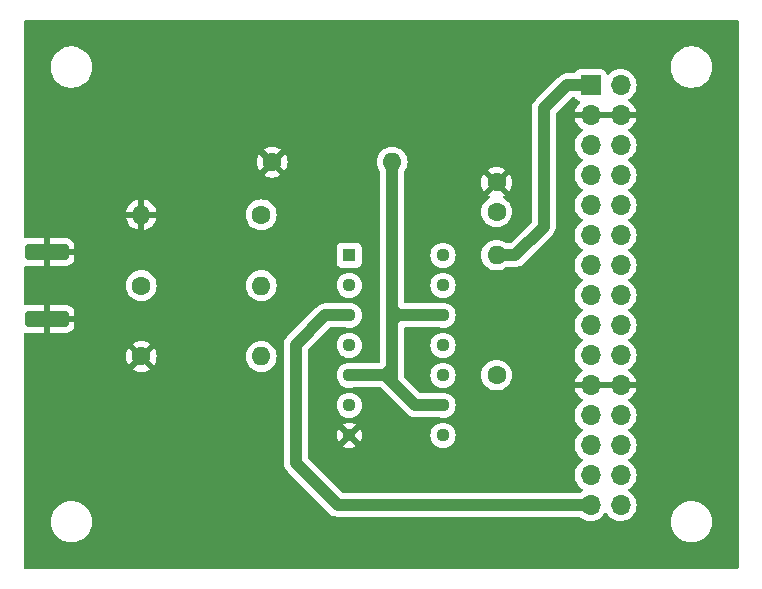
<source format=gbr>
%TF.GenerationSoftware,KiCad,Pcbnew,8.0.6*%
%TF.CreationDate,2025-07-03T11:32:56-04:00*%
%TF.ProjectId,pcb_reset_buffer,7063625f-7265-4736-9574-5f6275666665,rev?*%
%TF.SameCoordinates,Original*%
%TF.FileFunction,Copper,L2,Bot*%
%TF.FilePolarity,Positive*%
%FSLAX46Y46*%
G04 Gerber Fmt 4.6, Leading zero omitted, Abs format (unit mm)*
G04 Created by KiCad (PCBNEW 8.0.6) date 2025-07-03 11:32:56*
%MOMM*%
%LPD*%
G01*
G04 APERTURE LIST*
G04 Aperture macros list*
%AMRoundRect*
0 Rectangle with rounded corners*
0 $1 Rounding radius*
0 $2 $3 $4 $5 $6 $7 $8 $9 X,Y pos of 4 corners*
0 Add a 4 corners polygon primitive as box body*
4,1,4,$2,$3,$4,$5,$6,$7,$8,$9,$2,$3,0*
0 Add four circle primitives for the rounded corners*
1,1,$1+$1,$2,$3*
1,1,$1+$1,$4,$5*
1,1,$1+$1,$6,$7*
1,1,$1+$1,$8,$9*
0 Add four rect primitives between the rounded corners*
20,1,$1+$1,$2,$3,$4,$5,0*
20,1,$1+$1,$4,$5,$6,$7,0*
20,1,$1+$1,$6,$7,$8,$9,0*
20,1,$1+$1,$8,$9,$2,$3,0*%
G04 Aperture macros list end*
%TA.AperFunction,ComponentPad*%
%ADD10C,1.600000*%
%TD*%
%TA.AperFunction,ComponentPad*%
%ADD11O,1.600000X1.600000*%
%TD*%
%TA.AperFunction,ComponentPad*%
%ADD12C,1.130000*%
%TD*%
%TA.AperFunction,ComponentPad*%
%ADD13R,1.130000X1.130000*%
%TD*%
%TA.AperFunction,SMDPad,CuDef*%
%ADD14RoundRect,0.250000X-1.600000X0.425000X-1.600000X-0.425000X1.600000X-0.425000X1.600000X0.425000X0*%
%TD*%
%TA.AperFunction,ComponentPad*%
%ADD15R,1.700000X1.700000*%
%TD*%
%TA.AperFunction,ComponentPad*%
%ADD16O,1.700000X1.700000*%
%TD*%
%TA.AperFunction,ViaPad*%
%ADD17C,0.600000*%
%TD*%
%TA.AperFunction,Conductor*%
%ADD18C,1.000000*%
%TD*%
G04 APERTURE END LIST*
D10*
%TO.P,R5,1*%
%TO.N,Net-(IC1-3~{OE})*%
X135000000Y-96580000D03*
D11*
%TO.P,R5,2*%
%TO.N,Vcc*%
X135000000Y-86420000D03*
%TD*%
D10*
%TO.P,C1,1*%
%TO.N,Vcc*%
X135000000Y-82750000D03*
%TO.P,C1,2*%
%TO.N,GND*%
X135000000Y-80250000D03*
%TD*%
D12*
%TO.P,IC1,14,VCC*%
%TO.N,Vcc*%
X130470000Y-86425000D03*
%TO.P,IC1,13,4~{OE}*%
%TO.N,unconnected-(IC1-4~{OE}-Pad13)*%
X130470000Y-88965000D03*
%TO.P,IC1,12,4A*%
%TO.N,2A*%
X130470000Y-91505000D03*
%TO.P,IC1,11,4Y*%
%TO.N,unconnected-(IC1-4Y-Pad11)*%
X130470000Y-94045000D03*
%TO.P,IC1,10,3~{OE}*%
%TO.N,Net-(IC1-3~{OE})*%
X130470000Y-96585000D03*
%TO.P,IC1,9,3A*%
%TO.N,2A*%
X130470000Y-99125000D03*
%TO.P,IC1,8,3Y*%
%TO.N,unconnected-(IC1-3Y-Pad8)*%
X130470000Y-101665000D03*
%TO.P,IC1,7,GND*%
%TO.N,GND*%
X122530000Y-101665000D03*
%TO.P,IC1,6,2Y*%
%TO.N,unconnected-(IC1-2Y-Pad6)*%
X122530000Y-99125000D03*
%TO.P,IC1,5,2A*%
%TO.N,2A*%
X122530000Y-96585000D03*
%TO.P,IC1,4,2~{OE}*%
%TO.N,unconnected-(IC1-2~{OE}-Pad4)*%
X122530000Y-94045000D03*
%TO.P,IC1,3,1Y*%
%TO.N,1Y*%
X122530000Y-91505000D03*
%TO.P,IC1,2,1A*%
%TO.N,Net-(IC1-1A)*%
X122530000Y-88965000D03*
D13*
%TO.P,IC1,1,1~{OE}*%
%TO.N,Net-(IC1-1~{OE})*%
X122530000Y-86425000D03*
%TD*%
D10*
%TO.P,R2,1*%
%TO.N,GND*%
X104920000Y-95000000D03*
D11*
%TO.P,R2,2*%
%TO.N,Net-(IC1-1A)*%
X115080000Y-95000000D03*
%TD*%
D10*
%TO.P,R3,1*%
%TO.N,Net-(IC1-1~{OE})*%
X115080000Y-83000000D03*
D11*
%TO.P,R3,2*%
%TO.N,GND*%
X104920000Y-83000000D03*
%TD*%
D14*
%TO.P,J1,2,Ext*%
%TO.N,GND*%
X96912500Y-91825000D03*
X96912500Y-86175000D03*
%TD*%
D10*
%TO.P,R4,1*%
%TO.N,GND*%
X116000000Y-78545000D03*
D11*
%TO.P,R4,2*%
%TO.N,2A*%
X126160000Y-78545000D03*
%TD*%
D10*
%TO.P,R1,1*%
%TO.N,Net-(J1-In)*%
X104920000Y-89000000D03*
D11*
%TO.P,R1,2*%
%TO.N,Net-(IC1-1A)*%
X115080000Y-89000000D03*
%TD*%
D15*
%TO.P,J2,1,Pin_1*%
%TO.N,Vcc*%
X142960000Y-72020000D03*
D16*
%TO.P,J2,2,Pin_2*%
X145500000Y-72020000D03*
%TO.P,J2,3,Pin_3*%
%TO.N,GND*%
X142960000Y-74560000D03*
%TO.P,J2,4,Pin_4*%
X145500000Y-74560000D03*
%TO.P,J2,5,Pin_5*%
%TO.N,unconnected-(J2-Pin_5-Pad5)*%
X142960000Y-77100000D03*
%TO.P,J2,6,Pin_6*%
%TO.N,unconnected-(J2-Pin_6-Pad6)*%
X145500000Y-77100000D03*
%TO.P,J2,7,Pin_7*%
%TO.N,unconnected-(J2-Pin_7-Pad7)*%
X142960000Y-79640000D03*
%TO.P,J2,8,Pin_8*%
%TO.N,unconnected-(J2-Pin_8-Pad8)*%
X145500000Y-79640000D03*
%TO.P,J2,9,Pin_9*%
%TO.N,unconnected-(J2-Pin_9-Pad9)*%
X142960000Y-82180000D03*
%TO.P,J2,10,Pin_10*%
%TO.N,unconnected-(J2-Pin_10-Pad10)*%
X145500000Y-82180000D03*
%TO.P,J2,11,Pin_11*%
%TO.N,unconnected-(J2-Pin_11-Pad11)*%
X142960000Y-84720000D03*
%TO.P,J2,12,Pin_12*%
%TO.N,unconnected-(J2-Pin_12-Pad12)*%
X145500000Y-84720000D03*
%TO.P,J2,13,Pin_13*%
%TO.N,unconnected-(J2-Pin_13-Pad13)*%
X142960000Y-87260000D03*
%TO.P,J2,14,Pin_14*%
%TO.N,unconnected-(J2-Pin_14-Pad14)*%
X145500000Y-87260000D03*
%TO.P,J2,15,Pin_15*%
%TO.N,unconnected-(J2-Pin_15-Pad15)*%
X142960000Y-89800000D03*
%TO.P,J2,16,Pin_16*%
%TO.N,unconnected-(J2-Pin_16-Pad16)*%
X145500000Y-89800000D03*
%TO.P,J2,17,Pin_17*%
%TO.N,unconnected-(J2-Pin_17-Pad17)*%
X142960000Y-92340000D03*
%TO.P,J2,18,Pin_18*%
%TO.N,unconnected-(J2-Pin_18-Pad18)*%
X145500000Y-92340000D03*
%TO.P,J2,19,Pin_19*%
%TO.N,Net-(J2-Pin_19)*%
X142960000Y-94880000D03*
%TO.P,J2,20,Pin_20*%
X145500000Y-94880000D03*
%TO.P,J2,21,Pin_21*%
%TO.N,GND*%
X142960000Y-97420000D03*
%TO.P,J2,22,Pin_22*%
X145500000Y-97420000D03*
%TO.P,J2,23,Pin_23*%
%TO.N,unconnected-(J2-Pin_23-Pad23)*%
X142960000Y-99960000D03*
%TO.P,J2,24,Pin_24*%
%TO.N,unconnected-(J2-Pin_24-Pad24)*%
X145500000Y-99960000D03*
%TO.P,J2,25,Pin_25*%
%TO.N,unconnected-(J2-Pin_25-Pad25)*%
X142960000Y-102500000D03*
%TO.P,J2,26,Pin_26*%
%TO.N,unconnected-(J2-Pin_26-Pad26)*%
X145500000Y-102500000D03*
%TO.P,J2,27,Pin_27*%
%TO.N,unconnected-(J2-Pin_27-Pad27)*%
X142960000Y-105040000D03*
%TO.P,J2,28,Pin_28*%
%TO.N,unconnected-(J2-Pin_28-Pad28)*%
X145500000Y-105040000D03*
%TO.P,J2,29,Pin_29*%
%TO.N,1Y*%
X142960000Y-107580000D03*
%TO.P,J2,30,Pin_30*%
%TO.N,unconnected-(J2-Pin_30-Pad30)*%
X145500000Y-107580000D03*
%TD*%
D17*
%TO.N,GND*%
X100500000Y-100500000D03*
X110500000Y-102500000D03*
X106500000Y-77500000D03*
X134500000Y-103000000D03*
%TD*%
D18*
%TO.N,2A*%
X126665000Y-91505000D02*
X126160000Y-91000000D01*
X127000000Y-91505000D02*
X126665000Y-91505000D01*
X126160000Y-92000000D02*
X126160000Y-91000000D01*
X126160000Y-91000000D02*
X126160000Y-78545000D01*
X127000000Y-91505000D02*
X126655000Y-91505000D01*
X130470000Y-91505000D02*
X127000000Y-91505000D01*
X126655000Y-91505000D02*
X126160000Y-92000000D01*
X126160000Y-96000000D02*
X126160000Y-92000000D01*
X125000000Y-96585000D02*
X125575000Y-96585000D01*
X126160000Y-97160000D02*
X126160000Y-96000000D01*
X125000000Y-96585000D02*
X125585000Y-96585000D01*
X122530000Y-96585000D02*
X125000000Y-96585000D01*
X125575000Y-96585000D02*
X126160000Y-96000000D01*
X125585000Y-96585000D02*
X126160000Y-97160000D01*
X128125000Y-99125000D02*
X126160000Y-97160000D01*
X130470000Y-99125000D02*
X128125000Y-99125000D01*
%TO.N,Vcc*%
X139000000Y-74000000D02*
X140980000Y-72020000D01*
X139000000Y-84000000D02*
X139000000Y-74000000D01*
X136580000Y-86420000D02*
X139000000Y-84000000D01*
X140980000Y-72020000D02*
X142960000Y-72020000D01*
X135000000Y-86420000D02*
X136580000Y-86420000D01*
%TO.N,1Y*%
X121580000Y-107580000D02*
X142960000Y-107580000D01*
X118000000Y-104000000D02*
X121580000Y-107580000D01*
X120495000Y-91505000D02*
X118000000Y-94000000D01*
X122530000Y-91505000D02*
X120495000Y-91505000D01*
X118000000Y-94000000D02*
X118000000Y-104000000D01*
%TD*%
%TA.AperFunction,Conductor*%
%TO.N,GND*%
G36*
X145034075Y-97227007D02*
G01*
X145000000Y-97354174D01*
X145000000Y-97485826D01*
X145034075Y-97612993D01*
X145066988Y-97670000D01*
X143393012Y-97670000D01*
X143425925Y-97612993D01*
X143460000Y-97485826D01*
X143460000Y-97354174D01*
X143425925Y-97227007D01*
X143393012Y-97170000D01*
X145066988Y-97170000D01*
X145034075Y-97227007D01*
G37*
%TD.AperFunction*%
%TA.AperFunction,Conductor*%
G36*
X145034075Y-74367007D02*
G01*
X145000000Y-74494174D01*
X145000000Y-74625826D01*
X145034075Y-74752993D01*
X145066988Y-74810000D01*
X143393012Y-74810000D01*
X143425925Y-74752993D01*
X143460000Y-74625826D01*
X143460000Y-74494174D01*
X143425925Y-74367007D01*
X143393012Y-74310000D01*
X145066988Y-74310000D01*
X145034075Y-74367007D01*
G37*
%TD.AperFunction*%
%TA.AperFunction,Conductor*%
G36*
X155442539Y-66520185D02*
G01*
X155488294Y-66572989D01*
X155499500Y-66624500D01*
X155499500Y-112875500D01*
X155479815Y-112942539D01*
X155427011Y-112988294D01*
X155375500Y-112999500D01*
X95124500Y-112999500D01*
X95057461Y-112979815D01*
X95011706Y-112927011D01*
X95000500Y-112875500D01*
X95000500Y-108885258D01*
X97249500Y-108885258D01*
X97249500Y-109114741D01*
X97274446Y-109304215D01*
X97279452Y-109342238D01*
X97279453Y-109342240D01*
X97338842Y-109563887D01*
X97426650Y-109775876D01*
X97426657Y-109775890D01*
X97541392Y-109974617D01*
X97681081Y-110156661D01*
X97681089Y-110156670D01*
X97843330Y-110318911D01*
X97843338Y-110318918D01*
X98025382Y-110458607D01*
X98025385Y-110458608D01*
X98025388Y-110458611D01*
X98224112Y-110573344D01*
X98224117Y-110573346D01*
X98224123Y-110573349D01*
X98315480Y-110611190D01*
X98436113Y-110661158D01*
X98657762Y-110720548D01*
X98885266Y-110750500D01*
X98885273Y-110750500D01*
X99114727Y-110750500D01*
X99114734Y-110750500D01*
X99342238Y-110720548D01*
X99563887Y-110661158D01*
X99775888Y-110573344D01*
X99974612Y-110458611D01*
X100156661Y-110318919D01*
X100156665Y-110318914D01*
X100156670Y-110318911D01*
X100318911Y-110156670D01*
X100318914Y-110156665D01*
X100318919Y-110156661D01*
X100458611Y-109974612D01*
X100573344Y-109775888D01*
X100661158Y-109563887D01*
X100720548Y-109342238D01*
X100750500Y-109114734D01*
X100750500Y-108885266D01*
X100720548Y-108657762D01*
X100661158Y-108436113D01*
X100587311Y-108257830D01*
X100573349Y-108224123D01*
X100573346Y-108224117D01*
X100573344Y-108224112D01*
X100458611Y-108025388D01*
X100458608Y-108025385D01*
X100458607Y-108025382D01*
X100318918Y-107843338D01*
X100318911Y-107843330D01*
X100156670Y-107681089D01*
X100156661Y-107681081D01*
X99974617Y-107541392D01*
X99775890Y-107426657D01*
X99775876Y-107426650D01*
X99563887Y-107338842D01*
X99342238Y-107279452D01*
X99304215Y-107274446D01*
X99114741Y-107249500D01*
X99114734Y-107249500D01*
X98885266Y-107249500D01*
X98885258Y-107249500D01*
X98668715Y-107278009D01*
X98657762Y-107279452D01*
X98564076Y-107304554D01*
X98436112Y-107338842D01*
X98224123Y-107426650D01*
X98224109Y-107426657D01*
X98025382Y-107541392D01*
X97843338Y-107681081D01*
X97681081Y-107843338D01*
X97541392Y-108025382D01*
X97426657Y-108224109D01*
X97426650Y-108224123D01*
X97338842Y-108436112D01*
X97330664Y-108466633D01*
X97289974Y-108618495D01*
X97279453Y-108657759D01*
X97279451Y-108657770D01*
X97249500Y-108885258D01*
X95000500Y-108885258D01*
X95000500Y-104098543D01*
X116999499Y-104098543D01*
X117037947Y-104291829D01*
X117037950Y-104291839D01*
X117113364Y-104473907D01*
X117113371Y-104473920D01*
X117222859Y-104637780D01*
X117222860Y-104637781D01*
X117222861Y-104637782D01*
X117362218Y-104777139D01*
X117362219Y-104777139D01*
X117369286Y-104784206D01*
X117369285Y-104784206D01*
X117369289Y-104784209D01*
X120942215Y-108357137D01*
X120942219Y-108357140D01*
X121106079Y-108466628D01*
X121106085Y-108466631D01*
X121106086Y-108466632D01*
X121288165Y-108542052D01*
X121481455Y-108580500D01*
X121481458Y-108580501D01*
X121481460Y-108580501D01*
X121684655Y-108580501D01*
X121684675Y-108580500D01*
X141999242Y-108580500D01*
X142066281Y-108600185D01*
X142086923Y-108616819D01*
X142088599Y-108618495D01*
X142185384Y-108686265D01*
X142282165Y-108754032D01*
X142282167Y-108754033D01*
X142282170Y-108754035D01*
X142496337Y-108853903D01*
X142724592Y-108915063D01*
X142912918Y-108931539D01*
X142959999Y-108935659D01*
X142960000Y-108935659D01*
X142960001Y-108935659D01*
X142999234Y-108932226D01*
X143195408Y-108915063D01*
X143423663Y-108853903D01*
X143637830Y-108754035D01*
X143831401Y-108618495D01*
X143998495Y-108451401D01*
X144128425Y-108265842D01*
X144183002Y-108222217D01*
X144252500Y-108215023D01*
X144314855Y-108246546D01*
X144331575Y-108265842D01*
X144461500Y-108451395D01*
X144461505Y-108451401D01*
X144628599Y-108618495D01*
X144725384Y-108686265D01*
X144822165Y-108754032D01*
X144822167Y-108754033D01*
X144822170Y-108754035D01*
X145036337Y-108853903D01*
X145264592Y-108915063D01*
X145452918Y-108931539D01*
X145499999Y-108935659D01*
X145500000Y-108935659D01*
X145500001Y-108935659D01*
X145539234Y-108932226D01*
X145735408Y-108915063D01*
X145846643Y-108885258D01*
X149749500Y-108885258D01*
X149749500Y-109114741D01*
X149774446Y-109304215D01*
X149779452Y-109342238D01*
X149779453Y-109342240D01*
X149838842Y-109563887D01*
X149926650Y-109775876D01*
X149926657Y-109775890D01*
X150041392Y-109974617D01*
X150181081Y-110156661D01*
X150181089Y-110156670D01*
X150343330Y-110318911D01*
X150343338Y-110318918D01*
X150525382Y-110458607D01*
X150525385Y-110458608D01*
X150525388Y-110458611D01*
X150724112Y-110573344D01*
X150724117Y-110573346D01*
X150724123Y-110573349D01*
X150815480Y-110611190D01*
X150936113Y-110661158D01*
X151157762Y-110720548D01*
X151385266Y-110750500D01*
X151385273Y-110750500D01*
X151614727Y-110750500D01*
X151614734Y-110750500D01*
X151842238Y-110720548D01*
X152063887Y-110661158D01*
X152275888Y-110573344D01*
X152474612Y-110458611D01*
X152656661Y-110318919D01*
X152656665Y-110318914D01*
X152656670Y-110318911D01*
X152818911Y-110156670D01*
X152818914Y-110156665D01*
X152818919Y-110156661D01*
X152958611Y-109974612D01*
X153073344Y-109775888D01*
X153161158Y-109563887D01*
X153220548Y-109342238D01*
X153250500Y-109114734D01*
X153250500Y-108885266D01*
X153220548Y-108657762D01*
X153161158Y-108436113D01*
X153087311Y-108257830D01*
X153073349Y-108224123D01*
X153073346Y-108224117D01*
X153073344Y-108224112D01*
X152958611Y-108025388D01*
X152958608Y-108025385D01*
X152958607Y-108025382D01*
X152818918Y-107843338D01*
X152818911Y-107843330D01*
X152656670Y-107681089D01*
X152656661Y-107681081D01*
X152474617Y-107541392D01*
X152275890Y-107426657D01*
X152275876Y-107426650D01*
X152063887Y-107338842D01*
X151842238Y-107279452D01*
X151804215Y-107274446D01*
X151614741Y-107249500D01*
X151614734Y-107249500D01*
X151385266Y-107249500D01*
X151385258Y-107249500D01*
X151168715Y-107278009D01*
X151157762Y-107279452D01*
X151064076Y-107304554D01*
X150936112Y-107338842D01*
X150724123Y-107426650D01*
X150724109Y-107426657D01*
X150525382Y-107541392D01*
X150343338Y-107681081D01*
X150181081Y-107843338D01*
X150041392Y-108025382D01*
X149926657Y-108224109D01*
X149926650Y-108224123D01*
X149838842Y-108436112D01*
X149830664Y-108466633D01*
X149789974Y-108618495D01*
X149779453Y-108657759D01*
X149779451Y-108657770D01*
X149749500Y-108885258D01*
X145846643Y-108885258D01*
X145963663Y-108853903D01*
X146177830Y-108754035D01*
X146371401Y-108618495D01*
X146538495Y-108451401D01*
X146674035Y-108257830D01*
X146773903Y-108043663D01*
X146835063Y-107815408D01*
X146855659Y-107580000D01*
X146835063Y-107344592D01*
X146773903Y-107116337D01*
X146674035Y-106902171D01*
X146668425Y-106894158D01*
X146538494Y-106708597D01*
X146371402Y-106541506D01*
X146371396Y-106541501D01*
X146185842Y-106411575D01*
X146142217Y-106356998D01*
X146135023Y-106287500D01*
X146166546Y-106225145D01*
X146185842Y-106208425D01*
X146208026Y-106192891D01*
X146371401Y-106078495D01*
X146538495Y-105911401D01*
X146674035Y-105717830D01*
X146773903Y-105503663D01*
X146835063Y-105275408D01*
X146855659Y-105040000D01*
X146835063Y-104804592D01*
X146773903Y-104576337D01*
X146674035Y-104362171D01*
X146668425Y-104354158D01*
X146538494Y-104168597D01*
X146371402Y-104001506D01*
X146371396Y-104001501D01*
X146185842Y-103871575D01*
X146142217Y-103816998D01*
X146135023Y-103747500D01*
X146166546Y-103685145D01*
X146185842Y-103668425D01*
X146304158Y-103585579D01*
X146371401Y-103538495D01*
X146538495Y-103371401D01*
X146674035Y-103177830D01*
X146773903Y-102963663D01*
X146835063Y-102735408D01*
X146855659Y-102500000D01*
X146835063Y-102264592D01*
X146773903Y-102036337D01*
X146674035Y-101822171D01*
X146668425Y-101814158D01*
X146538494Y-101628597D01*
X146371402Y-101461506D01*
X146371396Y-101461501D01*
X146185842Y-101331575D01*
X146142217Y-101276998D01*
X146135023Y-101207500D01*
X146166546Y-101145145D01*
X146185842Y-101128425D01*
X146269033Y-101070174D01*
X146371401Y-100998495D01*
X146538495Y-100831401D01*
X146674035Y-100637830D01*
X146773903Y-100423663D01*
X146835063Y-100195408D01*
X146855659Y-99960000D01*
X146835063Y-99724592D01*
X146773903Y-99496337D01*
X146674035Y-99282171D01*
X146668425Y-99274158D01*
X146538494Y-99088597D01*
X146371402Y-98921506D01*
X146371401Y-98921505D01*
X146185405Y-98791269D01*
X146141781Y-98736692D01*
X146134588Y-98667193D01*
X146166110Y-98604839D01*
X146185405Y-98588119D01*
X146371082Y-98458105D01*
X146538105Y-98291082D01*
X146673600Y-98097578D01*
X146773429Y-97883492D01*
X146773432Y-97883486D01*
X146830636Y-97670000D01*
X145933012Y-97670000D01*
X145965925Y-97612993D01*
X146000000Y-97485826D01*
X146000000Y-97354174D01*
X145965925Y-97227007D01*
X145933012Y-97170000D01*
X146830636Y-97170000D01*
X146830635Y-97169999D01*
X146773432Y-96956513D01*
X146773429Y-96956507D01*
X146673600Y-96742422D01*
X146673599Y-96742420D01*
X146538113Y-96548926D01*
X146538108Y-96548920D01*
X146371078Y-96381890D01*
X146185405Y-96251879D01*
X146141780Y-96197302D01*
X146134588Y-96127804D01*
X146166110Y-96065449D01*
X146185406Y-96048730D01*
X146371401Y-95918495D01*
X146538495Y-95751401D01*
X146674035Y-95557830D01*
X146773903Y-95343663D01*
X146835063Y-95115408D01*
X146855659Y-94880000D01*
X146835063Y-94644592D01*
X146773903Y-94416337D01*
X146674035Y-94202171D01*
X146668425Y-94194158D01*
X146538494Y-94008597D01*
X146371402Y-93841506D01*
X146371396Y-93841501D01*
X146185842Y-93711575D01*
X146142217Y-93656998D01*
X146135023Y-93587500D01*
X146166546Y-93525145D01*
X146185842Y-93508425D01*
X146269033Y-93450174D01*
X146371401Y-93378495D01*
X146538495Y-93211401D01*
X146674035Y-93017830D01*
X146773903Y-92803663D01*
X146835063Y-92575408D01*
X146855659Y-92340000D01*
X146835063Y-92104592D01*
X146773903Y-91876337D01*
X146674035Y-91662171D01*
X146668425Y-91654158D01*
X146538494Y-91468597D01*
X146371402Y-91301506D01*
X146371396Y-91301501D01*
X146185842Y-91171575D01*
X146142217Y-91116998D01*
X146135023Y-91047500D01*
X146166546Y-90985145D01*
X146185842Y-90968425D01*
X146330380Y-90867218D01*
X146371401Y-90838495D01*
X146538495Y-90671401D01*
X146674035Y-90477830D01*
X146773903Y-90263663D01*
X146835063Y-90035408D01*
X146855659Y-89800000D01*
X146835063Y-89564592D01*
X146773903Y-89336337D01*
X146674035Y-89122171D01*
X146668425Y-89114158D01*
X146538494Y-88928597D01*
X146371402Y-88761506D01*
X146371396Y-88761501D01*
X146185842Y-88631575D01*
X146142217Y-88576998D01*
X146135023Y-88507500D01*
X146166546Y-88445145D01*
X146185842Y-88428425D01*
X146301747Y-88347267D01*
X146371401Y-88298495D01*
X146538495Y-88131401D01*
X146674035Y-87937830D01*
X146773903Y-87723663D01*
X146835063Y-87495408D01*
X146855659Y-87260000D01*
X146835063Y-87024592D01*
X146773903Y-86796337D01*
X146674035Y-86582171D01*
X146668425Y-86574158D01*
X146538494Y-86388597D01*
X146371402Y-86221506D01*
X146371396Y-86221501D01*
X146185842Y-86091575D01*
X146142217Y-86036998D01*
X146135023Y-85967500D01*
X146166546Y-85905145D01*
X146185842Y-85888425D01*
X146294795Y-85812135D01*
X146371401Y-85758495D01*
X146538495Y-85591401D01*
X146674035Y-85397830D01*
X146773903Y-85183663D01*
X146835063Y-84955408D01*
X146855659Y-84720000D01*
X146835063Y-84484592D01*
X146773903Y-84256337D01*
X146674035Y-84042171D01*
X146669459Y-84035635D01*
X146538494Y-83848597D01*
X146371402Y-83681506D01*
X146371396Y-83681501D01*
X146185842Y-83551575D01*
X146142217Y-83496998D01*
X146135023Y-83427500D01*
X146166546Y-83365145D01*
X146185842Y-83348425D01*
X146326407Y-83250000D01*
X146371401Y-83218495D01*
X146538495Y-83051401D01*
X146674035Y-82857830D01*
X146773903Y-82643663D01*
X146835063Y-82415408D01*
X146855659Y-82180000D01*
X146835063Y-81944592D01*
X146782910Y-81749953D01*
X146773905Y-81716344D01*
X146773904Y-81716343D01*
X146773903Y-81716337D01*
X146674035Y-81502171D01*
X146673010Y-81500706D01*
X146538494Y-81308597D01*
X146371402Y-81141506D01*
X146371396Y-81141501D01*
X146185842Y-81011575D01*
X146142217Y-80956998D01*
X146135023Y-80887500D01*
X146166546Y-80825145D01*
X146185842Y-80808425D01*
X146208026Y-80792891D01*
X146371401Y-80678495D01*
X146538495Y-80511401D01*
X146674035Y-80317830D01*
X146773903Y-80103663D01*
X146835063Y-79875408D01*
X146855659Y-79640000D01*
X146835063Y-79404592D01*
X146773903Y-79176337D01*
X146674035Y-78962171D01*
X146668425Y-78954158D01*
X146538494Y-78768597D01*
X146371402Y-78601506D01*
X146371396Y-78601501D01*
X146185842Y-78471575D01*
X146142217Y-78416998D01*
X146135023Y-78347500D01*
X146166546Y-78285145D01*
X146185842Y-78268425D01*
X146247973Y-78224920D01*
X146371401Y-78138495D01*
X146538495Y-77971401D01*
X146674035Y-77777830D01*
X146773903Y-77563663D01*
X146835063Y-77335408D01*
X146855659Y-77100000D01*
X146835063Y-76864592D01*
X146773903Y-76636337D01*
X146674035Y-76422171D01*
X146668425Y-76414158D01*
X146538494Y-76228597D01*
X146371402Y-76061506D01*
X146371401Y-76061505D01*
X146185405Y-75931269D01*
X146141781Y-75876692D01*
X146134588Y-75807193D01*
X146166110Y-75744839D01*
X146185405Y-75728119D01*
X146371082Y-75598105D01*
X146538105Y-75431082D01*
X146673600Y-75237578D01*
X146773429Y-75023492D01*
X146773432Y-75023486D01*
X146830636Y-74810000D01*
X145933012Y-74810000D01*
X145965925Y-74752993D01*
X146000000Y-74625826D01*
X146000000Y-74494174D01*
X145965925Y-74367007D01*
X145933012Y-74310000D01*
X146830636Y-74310000D01*
X146830635Y-74309999D01*
X146773432Y-74096513D01*
X146773429Y-74096507D01*
X146673600Y-73882422D01*
X146673599Y-73882420D01*
X146538113Y-73688926D01*
X146538108Y-73688920D01*
X146371078Y-73521890D01*
X146185405Y-73391879D01*
X146141780Y-73337302D01*
X146134588Y-73267804D01*
X146166110Y-73205449D01*
X146185406Y-73188730D01*
X146371401Y-73058495D01*
X146538495Y-72891401D01*
X146674035Y-72697830D01*
X146773903Y-72483663D01*
X146835063Y-72255408D01*
X146855659Y-72020000D01*
X146835063Y-71784592D01*
X146773903Y-71556337D01*
X146674035Y-71342171D01*
X146627624Y-71275888D01*
X146538494Y-71148597D01*
X146371402Y-70981506D01*
X146371395Y-70981501D01*
X146177834Y-70845967D01*
X146177830Y-70845965D01*
X146169818Y-70842229D01*
X145963663Y-70746097D01*
X145963659Y-70746096D01*
X145963655Y-70746094D01*
X145735413Y-70684938D01*
X145735403Y-70684936D01*
X145500001Y-70664341D01*
X145499999Y-70664341D01*
X145264596Y-70684936D01*
X145264586Y-70684938D01*
X145036344Y-70746094D01*
X145036335Y-70746098D01*
X144822171Y-70845964D01*
X144822169Y-70845965D01*
X144628600Y-70981503D01*
X144506673Y-71103430D01*
X144445350Y-71136914D01*
X144375658Y-71131930D01*
X144319725Y-71090058D01*
X144302810Y-71059081D01*
X144253797Y-70927671D01*
X144253793Y-70927664D01*
X144167547Y-70812455D01*
X144167544Y-70812452D01*
X144052335Y-70726206D01*
X144052328Y-70726202D01*
X143917482Y-70675908D01*
X143917483Y-70675908D01*
X143857883Y-70669501D01*
X143857881Y-70669500D01*
X143857873Y-70669500D01*
X143857864Y-70669500D01*
X142062129Y-70669500D01*
X142062123Y-70669501D01*
X142002516Y-70675908D01*
X141867671Y-70726202D01*
X141867664Y-70726206D01*
X141752455Y-70812452D01*
X141752452Y-70812455D01*
X141666206Y-70927664D01*
X141666204Y-70927668D01*
X141666204Y-70927669D01*
X141662039Y-70938834D01*
X141620171Y-70994766D01*
X141554707Y-71019184D01*
X141545859Y-71019500D01*
X140881455Y-71019500D01*
X140784812Y-71038724D01*
X140688170Y-71057947D01*
X140688161Y-71057949D01*
X140673834Y-71063885D01*
X140673829Y-71063887D01*
X140506092Y-71133364D01*
X140506079Y-71133371D01*
X140342219Y-71242859D01*
X140272540Y-71312538D01*
X140202861Y-71382218D01*
X140202858Y-71382221D01*
X138362221Y-73222858D01*
X138362218Y-73222861D01*
X138317275Y-73267804D01*
X138222859Y-73362219D01*
X138113371Y-73526079D01*
X138113364Y-73526092D01*
X138037950Y-73708160D01*
X138037947Y-73708170D01*
X137999500Y-73901456D01*
X137999500Y-83534218D01*
X137979815Y-83601257D01*
X137963181Y-83621899D01*
X136201899Y-85383181D01*
X136140576Y-85416666D01*
X136114218Y-85419500D01*
X135877588Y-85419500D01*
X135810549Y-85399815D01*
X135806465Y-85397075D01*
X135786622Y-85383181D01*
X135652734Y-85289432D01*
X135636054Y-85281654D01*
X135446497Y-85193261D01*
X135446488Y-85193258D01*
X135226697Y-85134366D01*
X135226693Y-85134365D01*
X135226692Y-85134365D01*
X135226691Y-85134364D01*
X135226686Y-85134364D01*
X135000002Y-85114532D01*
X134999998Y-85114532D01*
X134773313Y-85134364D01*
X134773302Y-85134366D01*
X134553511Y-85193258D01*
X134553502Y-85193261D01*
X134347267Y-85289431D01*
X134347265Y-85289432D01*
X134160858Y-85419954D01*
X133999954Y-85580858D01*
X133869432Y-85767265D01*
X133869431Y-85767267D01*
X133773261Y-85973502D01*
X133773258Y-85973511D01*
X133714366Y-86193302D01*
X133714364Y-86193313D01*
X133694532Y-86419998D01*
X133694532Y-86420001D01*
X133714364Y-86646686D01*
X133714366Y-86646697D01*
X133773258Y-86866488D01*
X133773261Y-86866497D01*
X133869431Y-87072732D01*
X133869432Y-87072734D01*
X133999954Y-87259141D01*
X134160858Y-87420045D01*
X134180497Y-87433796D01*
X134347266Y-87550568D01*
X134553504Y-87646739D01*
X134773308Y-87705635D01*
X134935230Y-87719801D01*
X134999998Y-87725468D01*
X135000000Y-87725468D01*
X135000002Y-87725468D01*
X135056673Y-87720509D01*
X135226692Y-87705635D01*
X135446496Y-87646739D01*
X135652734Y-87550568D01*
X135806465Y-87442924D01*
X135872671Y-87420598D01*
X135877588Y-87420500D01*
X136678542Y-87420500D01*
X136710438Y-87414155D01*
X136775188Y-87401275D01*
X136871836Y-87382051D01*
X136955138Y-87347546D01*
X137053914Y-87306632D01*
X137217782Y-87197139D01*
X137357139Y-87057782D01*
X137357140Y-87057780D01*
X137364206Y-87050714D01*
X137364209Y-87050710D01*
X139637778Y-84777141D01*
X139637782Y-84777139D01*
X139777139Y-84637782D01*
X139886632Y-84473914D01*
X139962051Y-84291835D01*
X139975094Y-84226265D01*
X140000500Y-84098543D01*
X140000500Y-74465782D01*
X140020185Y-74398743D01*
X140036819Y-74378101D01*
X141358101Y-73056819D01*
X141419424Y-73023334D01*
X141445782Y-73020500D01*
X141545859Y-73020500D01*
X141612898Y-73040185D01*
X141658653Y-73092989D01*
X141662030Y-73101140D01*
X141666204Y-73112331D01*
X141666205Y-73112332D01*
X141666206Y-73112335D01*
X141752452Y-73227544D01*
X141752455Y-73227547D01*
X141867664Y-73313793D01*
X141867671Y-73313797D01*
X141867674Y-73313798D01*
X141999598Y-73363002D01*
X142055531Y-73404873D01*
X142079949Y-73470337D01*
X142065098Y-73538610D01*
X142043947Y-73566865D01*
X141921886Y-73688926D01*
X141786400Y-73882420D01*
X141786399Y-73882422D01*
X141686570Y-74096507D01*
X141686567Y-74096513D01*
X141629364Y-74309999D01*
X141629364Y-74310000D01*
X142526988Y-74310000D01*
X142494075Y-74367007D01*
X142460000Y-74494174D01*
X142460000Y-74625826D01*
X142494075Y-74752993D01*
X142526988Y-74810000D01*
X141629364Y-74810000D01*
X141686567Y-75023486D01*
X141686570Y-75023492D01*
X141786399Y-75237578D01*
X141921894Y-75431082D01*
X142088917Y-75598105D01*
X142274595Y-75728119D01*
X142318219Y-75782696D01*
X142325412Y-75852195D01*
X142293890Y-75914549D01*
X142274595Y-75931269D01*
X142088594Y-76061508D01*
X141921505Y-76228597D01*
X141785965Y-76422169D01*
X141785964Y-76422171D01*
X141686098Y-76636335D01*
X141686094Y-76636344D01*
X141624938Y-76864586D01*
X141624936Y-76864596D01*
X141604341Y-77099999D01*
X141604341Y-77100000D01*
X141624936Y-77335403D01*
X141624938Y-77335413D01*
X141686094Y-77563655D01*
X141686096Y-77563659D01*
X141686097Y-77563663D01*
X141690000Y-77572032D01*
X141785965Y-77777830D01*
X141785967Y-77777834D01*
X141894281Y-77932521D01*
X141921501Y-77971396D01*
X141921506Y-77971402D01*
X142088597Y-78138493D01*
X142088603Y-78138498D01*
X142274158Y-78268425D01*
X142317783Y-78323002D01*
X142324977Y-78392500D01*
X142293454Y-78454855D01*
X142274158Y-78471575D01*
X142088597Y-78601505D01*
X141921505Y-78768597D01*
X141785965Y-78962169D01*
X141785964Y-78962171D01*
X141686098Y-79176335D01*
X141686094Y-79176344D01*
X141624938Y-79404586D01*
X141624936Y-79404596D01*
X141604341Y-79639999D01*
X141604341Y-79640000D01*
X141624936Y-79875403D01*
X141624938Y-79875413D01*
X141686094Y-80103655D01*
X141686096Y-80103659D01*
X141686097Y-80103663D01*
X141690000Y-80112032D01*
X141785965Y-80317830D01*
X141785967Y-80317834D01*
X141894281Y-80472521D01*
X141921501Y-80511396D01*
X141921506Y-80511402D01*
X142088597Y-80678493D01*
X142088603Y-80678498D01*
X142274158Y-80808425D01*
X142317783Y-80863002D01*
X142324977Y-80932500D01*
X142293454Y-80994855D01*
X142274158Y-81011575D01*
X142088597Y-81141505D01*
X141921505Y-81308597D01*
X141785965Y-81502169D01*
X141785964Y-81502171D01*
X141686098Y-81716335D01*
X141686094Y-81716344D01*
X141624938Y-81944586D01*
X141624936Y-81944596D01*
X141604341Y-82179999D01*
X141604341Y-82180000D01*
X141624936Y-82415403D01*
X141624938Y-82415413D01*
X141686094Y-82643655D01*
X141686096Y-82643659D01*
X141686097Y-82643663D01*
X141735683Y-82750000D01*
X141785965Y-82857830D01*
X141785967Y-82857834D01*
X141885512Y-82999998D01*
X141921501Y-83051396D01*
X141921506Y-83051402D01*
X142088597Y-83218493D01*
X142088603Y-83218498D01*
X142274158Y-83348425D01*
X142317783Y-83403002D01*
X142324977Y-83472500D01*
X142293454Y-83534855D01*
X142274158Y-83551575D01*
X142088597Y-83681505D01*
X141921505Y-83848597D01*
X141785965Y-84042169D01*
X141785964Y-84042171D01*
X141686098Y-84256335D01*
X141686094Y-84256344D01*
X141624938Y-84484586D01*
X141624936Y-84484596D01*
X141604341Y-84719999D01*
X141604341Y-84720000D01*
X141624936Y-84955403D01*
X141624938Y-84955413D01*
X141686094Y-85183655D01*
X141686096Y-85183659D01*
X141686097Y-85183663D01*
X141779134Y-85383181D01*
X141785965Y-85397830D01*
X141785967Y-85397834D01*
X141859224Y-85502455D01*
X141921501Y-85591396D01*
X141921506Y-85591402D01*
X142088597Y-85758493D01*
X142088603Y-85758498D01*
X142274158Y-85888425D01*
X142317783Y-85943002D01*
X142324977Y-86012500D01*
X142293454Y-86074855D01*
X142274158Y-86091575D01*
X142088597Y-86221505D01*
X141921505Y-86388597D01*
X141785965Y-86582169D01*
X141785964Y-86582171D01*
X141686098Y-86796335D01*
X141686094Y-86796344D01*
X141624938Y-87024586D01*
X141624936Y-87024596D01*
X141604341Y-87259999D01*
X141604341Y-87260000D01*
X141624936Y-87495403D01*
X141624938Y-87495413D01*
X141686094Y-87723655D01*
X141686096Y-87723659D01*
X141686097Y-87723663D01*
X141780703Y-87926546D01*
X141785965Y-87937830D01*
X141785967Y-87937834D01*
X141881858Y-88074779D01*
X141921501Y-88131396D01*
X141921506Y-88131402D01*
X142088597Y-88298493D01*
X142088603Y-88298498D01*
X142274158Y-88428425D01*
X142317783Y-88483002D01*
X142324977Y-88552500D01*
X142293454Y-88614855D01*
X142274158Y-88631575D01*
X142088597Y-88761505D01*
X141921505Y-88928597D01*
X141785965Y-89122169D01*
X141785964Y-89122171D01*
X141686098Y-89336335D01*
X141686094Y-89336344D01*
X141624938Y-89564586D01*
X141624936Y-89564596D01*
X141604341Y-89799999D01*
X141604341Y-89800000D01*
X141624936Y-90035403D01*
X141624938Y-90035413D01*
X141686094Y-90263655D01*
X141686096Y-90263659D01*
X141686097Y-90263663D01*
X141780703Y-90466546D01*
X141785965Y-90477830D01*
X141785967Y-90477834D01*
X141881858Y-90614779D01*
X141921501Y-90671396D01*
X141921506Y-90671402D01*
X142088597Y-90838493D01*
X142088603Y-90838498D01*
X142274158Y-90968425D01*
X142317783Y-91023002D01*
X142324977Y-91092500D01*
X142293454Y-91154855D01*
X142274158Y-91171575D01*
X142088597Y-91301505D01*
X141921505Y-91468597D01*
X141785965Y-91662169D01*
X141785964Y-91662171D01*
X141686098Y-91876335D01*
X141686094Y-91876344D01*
X141624938Y-92104586D01*
X141624936Y-92104596D01*
X141604341Y-92339999D01*
X141604341Y-92340000D01*
X141624936Y-92575403D01*
X141624938Y-92575413D01*
X141686094Y-92803655D01*
X141686096Y-92803659D01*
X141686097Y-92803663D01*
X141775619Y-92995643D01*
X141785965Y-93017830D01*
X141785967Y-93017834D01*
X141881858Y-93154779D01*
X141921501Y-93211396D01*
X141921506Y-93211402D01*
X142088597Y-93378493D01*
X142088603Y-93378498D01*
X142274158Y-93508425D01*
X142317783Y-93563002D01*
X142324977Y-93632500D01*
X142293454Y-93694855D01*
X142274158Y-93711575D01*
X142088597Y-93841505D01*
X141921505Y-94008597D01*
X141785965Y-94202169D01*
X141785964Y-94202171D01*
X141686098Y-94416335D01*
X141686094Y-94416344D01*
X141624938Y-94644586D01*
X141624936Y-94644596D01*
X141604341Y-94879999D01*
X141604341Y-94880000D01*
X141624936Y-95115403D01*
X141624938Y-95115413D01*
X141686094Y-95343655D01*
X141686096Y-95343659D01*
X141686097Y-95343663D01*
X141780703Y-95546546D01*
X141785965Y-95557830D01*
X141785967Y-95557834D01*
X141881858Y-95694779D01*
X141921501Y-95751396D01*
X141921506Y-95751402D01*
X142088597Y-95918493D01*
X142088603Y-95918498D01*
X142274594Y-96048730D01*
X142318219Y-96103307D01*
X142325413Y-96172805D01*
X142293890Y-96235160D01*
X142274595Y-96251880D01*
X142088922Y-96381890D01*
X142088920Y-96381891D01*
X141921891Y-96548920D01*
X141921886Y-96548926D01*
X141786400Y-96742420D01*
X141786399Y-96742422D01*
X141686570Y-96956507D01*
X141686567Y-96956513D01*
X141629364Y-97169999D01*
X141629364Y-97170000D01*
X142526988Y-97170000D01*
X142494075Y-97227007D01*
X142460000Y-97354174D01*
X142460000Y-97485826D01*
X142494075Y-97612993D01*
X142526988Y-97670000D01*
X141629364Y-97670000D01*
X141686567Y-97883486D01*
X141686570Y-97883492D01*
X141786399Y-98097578D01*
X141921894Y-98291082D01*
X142088917Y-98458105D01*
X142274595Y-98588119D01*
X142318219Y-98642696D01*
X142325412Y-98712195D01*
X142293890Y-98774549D01*
X142274595Y-98791269D01*
X142088594Y-98921508D01*
X141921505Y-99088597D01*
X141785965Y-99282169D01*
X141785964Y-99282171D01*
X141686098Y-99496335D01*
X141686094Y-99496344D01*
X141624938Y-99724586D01*
X141624936Y-99724596D01*
X141604341Y-99959999D01*
X141604341Y-99960000D01*
X141624936Y-100195403D01*
X141624938Y-100195413D01*
X141686094Y-100423655D01*
X141686096Y-100423659D01*
X141686097Y-100423663D01*
X141775510Y-100615409D01*
X141785965Y-100637830D01*
X141785967Y-100637834D01*
X141812908Y-100676309D01*
X141921501Y-100831396D01*
X141921506Y-100831402D01*
X142088597Y-100998493D01*
X142088603Y-100998498D01*
X142274158Y-101128425D01*
X142317783Y-101183002D01*
X142324977Y-101252500D01*
X142293454Y-101314855D01*
X142274158Y-101331575D01*
X142088597Y-101461505D01*
X141921505Y-101628597D01*
X141785965Y-101822169D01*
X141785964Y-101822171D01*
X141686098Y-102036335D01*
X141686094Y-102036344D01*
X141624938Y-102264586D01*
X141624936Y-102264596D01*
X141604341Y-102499999D01*
X141604341Y-102500000D01*
X141624936Y-102735403D01*
X141624938Y-102735413D01*
X141686094Y-102963655D01*
X141686096Y-102963659D01*
X141686097Y-102963663D01*
X141690000Y-102972032D01*
X141785965Y-103177830D01*
X141785967Y-103177834D01*
X141894281Y-103332521D01*
X141921501Y-103371396D01*
X141921506Y-103371402D01*
X142088597Y-103538493D01*
X142088603Y-103538498D01*
X142274158Y-103668425D01*
X142317783Y-103723002D01*
X142324977Y-103792500D01*
X142293454Y-103854855D01*
X142274158Y-103871575D01*
X142088597Y-104001505D01*
X141921505Y-104168597D01*
X141785965Y-104362169D01*
X141785964Y-104362171D01*
X141686098Y-104576335D01*
X141686094Y-104576344D01*
X141624938Y-104804586D01*
X141624936Y-104804596D01*
X141604341Y-105039999D01*
X141604341Y-105040000D01*
X141624936Y-105275403D01*
X141624938Y-105275413D01*
X141686094Y-105503655D01*
X141686096Y-105503659D01*
X141686097Y-105503663D01*
X141690000Y-105512032D01*
X141785965Y-105717830D01*
X141785967Y-105717834D01*
X141894281Y-105872521D01*
X141921501Y-105911396D01*
X141921506Y-105911402D01*
X142088597Y-106078493D01*
X142088603Y-106078498D01*
X142274158Y-106208425D01*
X142317783Y-106263002D01*
X142324977Y-106332500D01*
X142293454Y-106394855D01*
X142274158Y-106411575D01*
X142088597Y-106541505D01*
X142086922Y-106543181D01*
X142086000Y-106543684D01*
X142084449Y-106544986D01*
X142084187Y-106544674D01*
X142025599Y-106576666D01*
X141999241Y-106579500D01*
X122045783Y-106579500D01*
X121978744Y-106559815D01*
X121958102Y-106543181D01*
X119036819Y-103621898D01*
X119003334Y-103560575D01*
X119000500Y-103534217D01*
X119000500Y-101665000D01*
X121459847Y-101665000D01*
X121480409Y-101873774D01*
X121541309Y-102074534D01*
X121619892Y-102221552D01*
X121619893Y-102221552D01*
X122165000Y-101676446D01*
X122165000Y-101713053D01*
X122189874Y-101805885D01*
X122237927Y-101889116D01*
X122305884Y-101957073D01*
X122389115Y-102005126D01*
X122481947Y-102030000D01*
X122518553Y-102030000D01*
X121973445Y-102575106D01*
X122120465Y-102653690D01*
X122321227Y-102714590D01*
X122321223Y-102714590D01*
X122530000Y-102735152D01*
X122738774Y-102714590D01*
X122939532Y-102653690D01*
X123086553Y-102575105D01*
X122541448Y-102030000D01*
X122578053Y-102030000D01*
X122670885Y-102005126D01*
X122754116Y-101957073D01*
X122822073Y-101889116D01*
X122870126Y-101805885D01*
X122895000Y-101713053D01*
X122895000Y-101676447D01*
X123440105Y-102221552D01*
X123518690Y-102074532D01*
X123579590Y-101873774D01*
X123600152Y-101665000D01*
X129399345Y-101665000D01*
X129419917Y-101873876D01*
X129480844Y-102074723D01*
X129579779Y-102259818D01*
X129579783Y-102259825D01*
X129712932Y-102422067D01*
X129875174Y-102555216D01*
X129875181Y-102555220D01*
X130059406Y-102653690D01*
X130060278Y-102654156D01*
X130261126Y-102715083D01*
X130470000Y-102735655D01*
X130678874Y-102715083D01*
X130879722Y-102654156D01*
X131064824Y-102555217D01*
X131227067Y-102422067D01*
X131360217Y-102259824D01*
X131459156Y-102074722D01*
X131520083Y-101873874D01*
X131540655Y-101665000D01*
X131520083Y-101456126D01*
X131459156Y-101255278D01*
X131400289Y-101145145D01*
X131360220Y-101070181D01*
X131360216Y-101070174D01*
X131227067Y-100907932D01*
X131064825Y-100774783D01*
X131064818Y-100774779D01*
X130879723Y-100675844D01*
X130678876Y-100614917D01*
X130470000Y-100594345D01*
X130261123Y-100614917D01*
X130060276Y-100675844D01*
X129875181Y-100774779D01*
X129875174Y-100774783D01*
X129712932Y-100907932D01*
X129579783Y-101070174D01*
X129579779Y-101070181D01*
X129480844Y-101255276D01*
X129419917Y-101456123D01*
X129399345Y-101665000D01*
X123600152Y-101665000D01*
X123579590Y-101456225D01*
X123518690Y-101255465D01*
X123440106Y-101108445D01*
X122895000Y-101653551D01*
X122895000Y-101616947D01*
X122870126Y-101524115D01*
X122822073Y-101440884D01*
X122754116Y-101372927D01*
X122670885Y-101324874D01*
X122578053Y-101300000D01*
X122541448Y-101300000D01*
X123086552Y-100754893D01*
X123086552Y-100754892D01*
X122939534Y-100676309D01*
X122738772Y-100615409D01*
X122738776Y-100615409D01*
X122530000Y-100594847D01*
X122321225Y-100615409D01*
X122120471Y-100676307D01*
X121973446Y-100754893D01*
X122518553Y-101300000D01*
X122481947Y-101300000D01*
X122389115Y-101324874D01*
X122305884Y-101372927D01*
X122237927Y-101440884D01*
X122189874Y-101524115D01*
X122165000Y-101616947D01*
X122165000Y-101653552D01*
X121619893Y-101108446D01*
X121541307Y-101255471D01*
X121480409Y-101456225D01*
X121459847Y-101665000D01*
X119000500Y-101665000D01*
X119000500Y-99125000D01*
X121459345Y-99125000D01*
X121479917Y-99333876D01*
X121540844Y-99534723D01*
X121639779Y-99719818D01*
X121639783Y-99719825D01*
X121772932Y-99882067D01*
X121935174Y-100015216D01*
X121935181Y-100015220D01*
X122069568Y-100087051D01*
X122120278Y-100114156D01*
X122321126Y-100175083D01*
X122530000Y-100195655D01*
X122738874Y-100175083D01*
X122939722Y-100114156D01*
X123124824Y-100015217D01*
X123287067Y-99882067D01*
X123420217Y-99719824D01*
X123519156Y-99534722D01*
X123580083Y-99333874D01*
X123600655Y-99125000D01*
X123580083Y-98916126D01*
X123519156Y-98715278D01*
X123517508Y-98712195D01*
X123420220Y-98530181D01*
X123420216Y-98530174D01*
X123287067Y-98367932D01*
X123124825Y-98234783D01*
X123124818Y-98234779D01*
X122939723Y-98135844D01*
X122738876Y-98074917D01*
X122530000Y-98054345D01*
X122321123Y-98074917D01*
X122120276Y-98135844D01*
X121935181Y-98234779D01*
X121935174Y-98234783D01*
X121772932Y-98367932D01*
X121639783Y-98530174D01*
X121639779Y-98530181D01*
X121540844Y-98715276D01*
X121479917Y-98916123D01*
X121459345Y-99125000D01*
X119000500Y-99125000D01*
X119000500Y-96585000D01*
X121459345Y-96585000D01*
X121479917Y-96793876D01*
X121540844Y-96994723D01*
X121639779Y-97179818D01*
X121639783Y-97179825D01*
X121772932Y-97342067D01*
X121935174Y-97475216D01*
X121935181Y-97475220D01*
X122120276Y-97574155D01*
X122120278Y-97574156D01*
X122321126Y-97635083D01*
X122530000Y-97655655D01*
X122738874Y-97635083D01*
X122837434Y-97605185D01*
X122884727Y-97590839D01*
X122920722Y-97585500D01*
X124901459Y-97585500D01*
X125119218Y-97585500D01*
X125186257Y-97605185D01*
X125206899Y-97621819D01*
X125379735Y-97794655D01*
X125379749Y-97794670D01*
X125382860Y-97797781D01*
X125382861Y-97797782D01*
X125522218Y-97937139D01*
X125522219Y-97937139D01*
X125529286Y-97944206D01*
X125529285Y-97944206D01*
X125529289Y-97944209D01*
X127487215Y-99902137D01*
X127487219Y-99902140D01*
X127651079Y-100011628D01*
X127651085Y-100011631D01*
X127651086Y-100011632D01*
X127833165Y-100087052D01*
X127994389Y-100119121D01*
X128026457Y-100125499D01*
X128026458Y-100125500D01*
X128026459Y-100125500D01*
X128026460Y-100125500D01*
X128223541Y-100125500D01*
X130079278Y-100125500D01*
X130115273Y-100130839D01*
X130194531Y-100154881D01*
X130261126Y-100175083D01*
X130470000Y-100195655D01*
X130678874Y-100175083D01*
X130879722Y-100114156D01*
X131064824Y-100015217D01*
X131227067Y-99882067D01*
X131360217Y-99719824D01*
X131459156Y-99534722D01*
X131520083Y-99333874D01*
X131540655Y-99125000D01*
X131520083Y-98916126D01*
X131459156Y-98715278D01*
X131457508Y-98712195D01*
X131360220Y-98530181D01*
X131360216Y-98530174D01*
X131227067Y-98367932D01*
X131064825Y-98234783D01*
X131064818Y-98234779D01*
X130879723Y-98135844D01*
X130678876Y-98074917D01*
X130470000Y-98054345D01*
X130261127Y-98074916D01*
X130115273Y-98119161D01*
X130079278Y-98124500D01*
X128590783Y-98124500D01*
X128523744Y-98104815D01*
X128503102Y-98088181D01*
X127196819Y-96781898D01*
X127163334Y-96720575D01*
X127160500Y-96694217D01*
X127160500Y-96585000D01*
X129399345Y-96585000D01*
X129419917Y-96793876D01*
X129480844Y-96994723D01*
X129579779Y-97179818D01*
X129579783Y-97179825D01*
X129712932Y-97342067D01*
X129875174Y-97475216D01*
X129875181Y-97475220D01*
X130060276Y-97574155D01*
X130060278Y-97574156D01*
X130261126Y-97635083D01*
X130470000Y-97655655D01*
X130678874Y-97635083D01*
X130879722Y-97574156D01*
X131064824Y-97475217D01*
X131227067Y-97342067D01*
X131360217Y-97179824D01*
X131459156Y-96994722D01*
X131520083Y-96793874D01*
X131540655Y-96585000D01*
X131540162Y-96579998D01*
X133694532Y-96579998D01*
X133694532Y-96580001D01*
X133714364Y-96806686D01*
X133714366Y-96806697D01*
X133773258Y-97026488D01*
X133773261Y-97026497D01*
X133869431Y-97232732D01*
X133869432Y-97232734D01*
X133999954Y-97419141D01*
X134160858Y-97580045D01*
X134160861Y-97580047D01*
X134347266Y-97710568D01*
X134553504Y-97806739D01*
X134773308Y-97865635D01*
X134935230Y-97879801D01*
X134999998Y-97885468D01*
X135000000Y-97885468D01*
X135000002Y-97885468D01*
X135056673Y-97880509D01*
X135226692Y-97865635D01*
X135446496Y-97806739D01*
X135652734Y-97710568D01*
X135839139Y-97580047D01*
X136000047Y-97419139D01*
X136130568Y-97232734D01*
X136226739Y-97026496D01*
X136285635Y-96806692D01*
X136305468Y-96580000D01*
X136285635Y-96353308D01*
X136226739Y-96133504D01*
X136130568Y-95927266D01*
X136000047Y-95740861D01*
X136000045Y-95740858D01*
X135839141Y-95579954D01*
X135652734Y-95449432D01*
X135652732Y-95449431D01*
X135446497Y-95353261D01*
X135446488Y-95353258D01*
X135226697Y-95294366D01*
X135226693Y-95294365D01*
X135226692Y-95294365D01*
X135226691Y-95294364D01*
X135226686Y-95294364D01*
X135000002Y-95274532D01*
X134999998Y-95274532D01*
X134773313Y-95294364D01*
X134773302Y-95294366D01*
X134553511Y-95353258D01*
X134553502Y-95353261D01*
X134347267Y-95449431D01*
X134347265Y-95449432D01*
X134160858Y-95579954D01*
X133999954Y-95740858D01*
X133869432Y-95927265D01*
X133869431Y-95927267D01*
X133773261Y-96133502D01*
X133773258Y-96133511D01*
X133714366Y-96353302D01*
X133714364Y-96353313D01*
X133694532Y-96579998D01*
X131540162Y-96579998D01*
X131520083Y-96376126D01*
X131459156Y-96175278D01*
X131435258Y-96130568D01*
X131360220Y-95990181D01*
X131360216Y-95990174D01*
X131227067Y-95827932D01*
X131064825Y-95694783D01*
X131064818Y-95694779D01*
X130879723Y-95595844D01*
X130678876Y-95534917D01*
X130470000Y-95514345D01*
X130261123Y-95534917D01*
X130060276Y-95595844D01*
X129875181Y-95694779D01*
X129875174Y-95694783D01*
X129712932Y-95827932D01*
X129579783Y-95990174D01*
X129579779Y-95990181D01*
X129480844Y-96175276D01*
X129419917Y-96376123D01*
X129399345Y-96585000D01*
X127160500Y-96585000D01*
X127160500Y-94045000D01*
X129399345Y-94045000D01*
X129419917Y-94253876D01*
X129480844Y-94454723D01*
X129579779Y-94639818D01*
X129579783Y-94639825D01*
X129712932Y-94802067D01*
X129875174Y-94935216D01*
X129875181Y-94935220D01*
X129996378Y-95000001D01*
X130060278Y-95034156D01*
X130261126Y-95095083D01*
X130470000Y-95115655D01*
X130678874Y-95095083D01*
X130879722Y-95034156D01*
X131064824Y-94935217D01*
X131227067Y-94802067D01*
X131360217Y-94639824D01*
X131459156Y-94454722D01*
X131520083Y-94253874D01*
X131540655Y-94045000D01*
X131520083Y-93836126D01*
X131459156Y-93635278D01*
X131400289Y-93525145D01*
X131360220Y-93450181D01*
X131360216Y-93450174D01*
X131227067Y-93287932D01*
X131064825Y-93154783D01*
X131064818Y-93154779D01*
X130879723Y-93055844D01*
X130678876Y-92994917D01*
X130470000Y-92974345D01*
X130261123Y-92994917D01*
X130060276Y-93055844D01*
X129875181Y-93154779D01*
X129875174Y-93154783D01*
X129712932Y-93287932D01*
X129579783Y-93450174D01*
X129579779Y-93450181D01*
X129480844Y-93635276D01*
X129419917Y-93836123D01*
X129399345Y-94045000D01*
X127160500Y-94045000D01*
X127160500Y-92629500D01*
X127180185Y-92562461D01*
X127232989Y-92516706D01*
X127284500Y-92505500D01*
X130079278Y-92505500D01*
X130115273Y-92510839D01*
X130194531Y-92534881D01*
X130261126Y-92555083D01*
X130470000Y-92575655D01*
X130678874Y-92555083D01*
X130879722Y-92494156D01*
X131064824Y-92395217D01*
X131227067Y-92262067D01*
X131360217Y-92099824D01*
X131459156Y-91914722D01*
X131520083Y-91713874D01*
X131540655Y-91505000D01*
X131520083Y-91296126D01*
X131459156Y-91095278D01*
X131451460Y-91080880D01*
X131360220Y-90910181D01*
X131360216Y-90910174D01*
X131227067Y-90747932D01*
X131064825Y-90614783D01*
X131064818Y-90614779D01*
X130879723Y-90515844D01*
X130678876Y-90454917D01*
X130470000Y-90434345D01*
X130261127Y-90454916D01*
X130115273Y-90499161D01*
X130079278Y-90504500D01*
X127284500Y-90504500D01*
X127217461Y-90484815D01*
X127171706Y-90432011D01*
X127160500Y-90380500D01*
X127160500Y-88965000D01*
X129399345Y-88965000D01*
X129419917Y-89173876D01*
X129480844Y-89374723D01*
X129579779Y-89559818D01*
X129579783Y-89559825D01*
X129712932Y-89722067D01*
X129875174Y-89855216D01*
X129875181Y-89855220D01*
X130060276Y-89954155D01*
X130060278Y-89954156D01*
X130261126Y-90015083D01*
X130470000Y-90035655D01*
X130678874Y-90015083D01*
X130879722Y-89954156D01*
X131064824Y-89855217D01*
X131227067Y-89722067D01*
X131360217Y-89559824D01*
X131459156Y-89374722D01*
X131520083Y-89173874D01*
X131540655Y-88965000D01*
X131520083Y-88756126D01*
X131459156Y-88555278D01*
X131400289Y-88445145D01*
X131360220Y-88370181D01*
X131360216Y-88370174D01*
X131227067Y-88207932D01*
X131064825Y-88074783D01*
X131064818Y-88074779D01*
X130879723Y-87975844D01*
X130678876Y-87914917D01*
X130470000Y-87894345D01*
X130261123Y-87914917D01*
X130060276Y-87975844D01*
X129875181Y-88074779D01*
X129875174Y-88074783D01*
X129712932Y-88207932D01*
X129579783Y-88370174D01*
X129579779Y-88370181D01*
X129480844Y-88555276D01*
X129419917Y-88756123D01*
X129399345Y-88965000D01*
X127160500Y-88965000D01*
X127160500Y-86425000D01*
X129399345Y-86425000D01*
X129419917Y-86633876D01*
X129480844Y-86834723D01*
X129579779Y-87019818D01*
X129579783Y-87019825D01*
X129712932Y-87182067D01*
X129875174Y-87315216D01*
X129875181Y-87315220D01*
X130036179Y-87401275D01*
X130060278Y-87414156D01*
X130261126Y-87475083D01*
X130470000Y-87495655D01*
X130678874Y-87475083D01*
X130879722Y-87414156D01*
X131064824Y-87315217D01*
X131227067Y-87182067D01*
X131360217Y-87019824D01*
X131459156Y-86834722D01*
X131520083Y-86633874D01*
X131540655Y-86425000D01*
X131520083Y-86216126D01*
X131459156Y-86015278D01*
X131420524Y-85943002D01*
X131360220Y-85830181D01*
X131360216Y-85830174D01*
X131227067Y-85667932D01*
X131064825Y-85534783D01*
X131064818Y-85534779D01*
X130879723Y-85435844D01*
X130678876Y-85374917D01*
X130470000Y-85354345D01*
X130261123Y-85374917D01*
X130060276Y-85435844D01*
X129875181Y-85534779D01*
X129875174Y-85534783D01*
X129712932Y-85667932D01*
X129579783Y-85830174D01*
X129579779Y-85830181D01*
X129480844Y-86015276D01*
X129419917Y-86216123D01*
X129399345Y-86425000D01*
X127160500Y-86425000D01*
X127160500Y-82749998D01*
X133694532Y-82749998D01*
X133694532Y-82750000D01*
X133714364Y-82976686D01*
X133714366Y-82976697D01*
X133773258Y-83196488D01*
X133773261Y-83196497D01*
X133869431Y-83402732D01*
X133869432Y-83402734D01*
X133999954Y-83589141D01*
X134160858Y-83750045D01*
X134160861Y-83750047D01*
X134347266Y-83880568D01*
X134553504Y-83976739D01*
X134773308Y-84035635D01*
X134935230Y-84049801D01*
X134999998Y-84055468D01*
X135000000Y-84055468D01*
X135000002Y-84055468D01*
X135056673Y-84050509D01*
X135226692Y-84035635D01*
X135446496Y-83976739D01*
X135652734Y-83880568D01*
X135839139Y-83750047D01*
X136000047Y-83589139D01*
X136130568Y-83402734D01*
X136226739Y-83196496D01*
X136285635Y-82976692D01*
X136305468Y-82750000D01*
X136285635Y-82523308D01*
X136226739Y-82303504D01*
X136130568Y-82097266D01*
X136023668Y-81944596D01*
X136000045Y-81910858D01*
X135839141Y-81749954D01*
X135652734Y-81619432D01*
X135652730Y-81619430D01*
X135637022Y-81612105D01*
X135584583Y-81565931D01*
X135565433Y-81498737D01*
X135585650Y-81431857D01*
X135637028Y-81387340D01*
X135652481Y-81380134D01*
X135725471Y-81329024D01*
X135046447Y-80650000D01*
X135052661Y-80650000D01*
X135154394Y-80622741D01*
X135245606Y-80570080D01*
X135320080Y-80495606D01*
X135372741Y-80404394D01*
X135400000Y-80302661D01*
X135400000Y-80296447D01*
X136079024Y-80975471D01*
X136130136Y-80902478D01*
X136226264Y-80696331D01*
X136226269Y-80696317D01*
X136285139Y-80476610D01*
X136285141Y-80476599D01*
X136304966Y-80250002D01*
X136304966Y-80249997D01*
X136285141Y-80023400D01*
X136285139Y-80023389D01*
X136226269Y-79803682D01*
X136226264Y-79803668D01*
X136130136Y-79597521D01*
X136130132Y-79597513D01*
X136079025Y-79524526D01*
X135400000Y-80203551D01*
X135400000Y-80197339D01*
X135372741Y-80095606D01*
X135320080Y-80004394D01*
X135245606Y-79929920D01*
X135154394Y-79877259D01*
X135052661Y-79850000D01*
X135046448Y-79850000D01*
X135725472Y-79170974D01*
X135652478Y-79119863D01*
X135446331Y-79023735D01*
X135446317Y-79023730D01*
X135226610Y-78964860D01*
X135226599Y-78964858D01*
X135000002Y-78945034D01*
X134999998Y-78945034D01*
X134773400Y-78964858D01*
X134773389Y-78964860D01*
X134553682Y-79023730D01*
X134553673Y-79023734D01*
X134347516Y-79119866D01*
X134347512Y-79119868D01*
X134274526Y-79170973D01*
X134274526Y-79170974D01*
X134953553Y-79850000D01*
X134947339Y-79850000D01*
X134845606Y-79877259D01*
X134754394Y-79929920D01*
X134679920Y-80004394D01*
X134627259Y-80095606D01*
X134600000Y-80197339D01*
X134600000Y-80203552D01*
X133920974Y-79524526D01*
X133920973Y-79524526D01*
X133869868Y-79597512D01*
X133869866Y-79597516D01*
X133773734Y-79803673D01*
X133773730Y-79803682D01*
X133714860Y-80023389D01*
X133714858Y-80023400D01*
X133695034Y-80249997D01*
X133695034Y-80250002D01*
X133714858Y-80476599D01*
X133714860Y-80476610D01*
X133773730Y-80696317D01*
X133773735Y-80696331D01*
X133869863Y-80902478D01*
X133920974Y-80975472D01*
X134600000Y-80296446D01*
X134600000Y-80302661D01*
X134627259Y-80404394D01*
X134679920Y-80495606D01*
X134754394Y-80570080D01*
X134845606Y-80622741D01*
X134947339Y-80650000D01*
X134953553Y-80650000D01*
X134274526Y-81329025D01*
X134347513Y-81380132D01*
X134347515Y-81380133D01*
X134362973Y-81387341D01*
X134415413Y-81433513D01*
X134434566Y-81500706D01*
X134414351Y-81567587D01*
X134362979Y-81612104D01*
X134347270Y-81619429D01*
X134347265Y-81619432D01*
X134160858Y-81749954D01*
X133999954Y-81910858D01*
X133869432Y-82097265D01*
X133869431Y-82097267D01*
X133773261Y-82303502D01*
X133773258Y-82303511D01*
X133714366Y-82523302D01*
X133714364Y-82523313D01*
X133694532Y-82749998D01*
X127160500Y-82749998D01*
X127160500Y-79422588D01*
X127180185Y-79355549D01*
X127182925Y-79351465D01*
X127290568Y-79197734D01*
X127386739Y-78991496D01*
X127445635Y-78771692D01*
X127465468Y-78545000D01*
X127445635Y-78318308D01*
X127386739Y-78098504D01*
X127290568Y-77892266D01*
X127160047Y-77705861D01*
X127160045Y-77705858D01*
X126999141Y-77544954D01*
X126812734Y-77414432D01*
X126812732Y-77414431D01*
X126606497Y-77318261D01*
X126606488Y-77318258D01*
X126386697Y-77259366D01*
X126386693Y-77259365D01*
X126386692Y-77259365D01*
X126386691Y-77259364D01*
X126386686Y-77259364D01*
X126160002Y-77239532D01*
X126159998Y-77239532D01*
X125933313Y-77259364D01*
X125933302Y-77259366D01*
X125713511Y-77318258D01*
X125713502Y-77318261D01*
X125507267Y-77414431D01*
X125507265Y-77414432D01*
X125320858Y-77544954D01*
X125159954Y-77705858D01*
X125029432Y-77892265D01*
X125029431Y-77892267D01*
X124933261Y-78098502D01*
X124933258Y-78098511D01*
X124874366Y-78318302D01*
X124874364Y-78318313D01*
X124854532Y-78544998D01*
X124854532Y-78545001D01*
X124874364Y-78771686D01*
X124874366Y-78771697D01*
X124933258Y-78991488D01*
X124933261Y-78991497D01*
X125029431Y-79197732D01*
X125029432Y-79197734D01*
X125137075Y-79351465D01*
X125159402Y-79417671D01*
X125159500Y-79422588D01*
X125159500Y-95460500D01*
X125139815Y-95527539D01*
X125087011Y-95573294D01*
X125035500Y-95584500D01*
X122920722Y-95584500D01*
X122884727Y-95579161D01*
X122738872Y-95534916D01*
X122530000Y-95514345D01*
X122321123Y-95534917D01*
X122120276Y-95595844D01*
X121935181Y-95694779D01*
X121935174Y-95694783D01*
X121772932Y-95827932D01*
X121639783Y-95990174D01*
X121639779Y-95990181D01*
X121540844Y-96175276D01*
X121479917Y-96376123D01*
X121459345Y-96585000D01*
X119000500Y-96585000D01*
X119000500Y-94465782D01*
X119020185Y-94398743D01*
X119036819Y-94378101D01*
X119369920Y-94045000D01*
X121459345Y-94045000D01*
X121479917Y-94253876D01*
X121540844Y-94454723D01*
X121639779Y-94639818D01*
X121639783Y-94639825D01*
X121772932Y-94802067D01*
X121935174Y-94935216D01*
X121935181Y-94935220D01*
X122056378Y-95000001D01*
X122120278Y-95034156D01*
X122321126Y-95095083D01*
X122530000Y-95115655D01*
X122738874Y-95095083D01*
X122939722Y-95034156D01*
X123124824Y-94935217D01*
X123287067Y-94802067D01*
X123420217Y-94639824D01*
X123519156Y-94454722D01*
X123580083Y-94253874D01*
X123600655Y-94045000D01*
X123580083Y-93836126D01*
X123519156Y-93635278D01*
X123460289Y-93525145D01*
X123420220Y-93450181D01*
X123420216Y-93450174D01*
X123287067Y-93287932D01*
X123124825Y-93154783D01*
X123124818Y-93154779D01*
X122939723Y-93055844D01*
X122738876Y-92994917D01*
X122530000Y-92974345D01*
X122321123Y-92994917D01*
X122120276Y-93055844D01*
X121935181Y-93154779D01*
X121935174Y-93154783D01*
X121772932Y-93287932D01*
X121639783Y-93450174D01*
X121639779Y-93450181D01*
X121540844Y-93635276D01*
X121479917Y-93836123D01*
X121459345Y-94045000D01*
X119369920Y-94045000D01*
X120873101Y-92541819D01*
X120934424Y-92508334D01*
X120960782Y-92505500D01*
X122139278Y-92505500D01*
X122175273Y-92510839D01*
X122254531Y-92534881D01*
X122321126Y-92555083D01*
X122530000Y-92575655D01*
X122738874Y-92555083D01*
X122939722Y-92494156D01*
X123124824Y-92395217D01*
X123287067Y-92262067D01*
X123420217Y-92099824D01*
X123519156Y-91914722D01*
X123580083Y-91713874D01*
X123600655Y-91505000D01*
X123580083Y-91296126D01*
X123519156Y-91095278D01*
X123511460Y-91080880D01*
X123420220Y-90910181D01*
X123420216Y-90910174D01*
X123287067Y-90747932D01*
X123124825Y-90614783D01*
X123124818Y-90614779D01*
X122939723Y-90515844D01*
X122738876Y-90454917D01*
X122530000Y-90434345D01*
X122321127Y-90454916D01*
X122175273Y-90499161D01*
X122139278Y-90504500D01*
X120396458Y-90504500D01*
X120367944Y-90510172D01*
X120339430Y-90515844D01*
X120339429Y-90515844D01*
X120203167Y-90542947D01*
X120203159Y-90542950D01*
X120149834Y-90565037D01*
X120149834Y-90565038D01*
X120104315Y-90583892D01*
X120021089Y-90618366D01*
X120021079Y-90618371D01*
X119857219Y-90727859D01*
X119787540Y-90797538D01*
X119717861Y-90867218D01*
X119717858Y-90867221D01*
X117362221Y-93222858D01*
X117362218Y-93222861D01*
X117297147Y-93287932D01*
X117222859Y-93362219D01*
X117113371Y-93526079D01*
X117113364Y-93526092D01*
X117037950Y-93708160D01*
X117037947Y-93708170D01*
X116999500Y-93901456D01*
X116999500Y-93901459D01*
X116999500Y-104098541D01*
X116999500Y-104098543D01*
X116999499Y-104098543D01*
X95000500Y-104098543D01*
X95000500Y-94999997D01*
X103615034Y-94999997D01*
X103615034Y-95000002D01*
X103634858Y-95226599D01*
X103634860Y-95226610D01*
X103693730Y-95446317D01*
X103693734Y-95446327D01*
X103789863Y-95652478D01*
X103840974Y-95725472D01*
X104520000Y-95046446D01*
X104520000Y-95052661D01*
X104547259Y-95154394D01*
X104599920Y-95245606D01*
X104674394Y-95320080D01*
X104765606Y-95372741D01*
X104867339Y-95400000D01*
X104873553Y-95400000D01*
X104194526Y-96079025D01*
X104267513Y-96130132D01*
X104267521Y-96130136D01*
X104473668Y-96226264D01*
X104473682Y-96226269D01*
X104693389Y-96285139D01*
X104693400Y-96285141D01*
X104919998Y-96304966D01*
X104920002Y-96304966D01*
X105146599Y-96285141D01*
X105146610Y-96285139D01*
X105366317Y-96226269D01*
X105366331Y-96226264D01*
X105572478Y-96130136D01*
X105645471Y-96079024D01*
X104966447Y-95400000D01*
X104972661Y-95400000D01*
X105074394Y-95372741D01*
X105165606Y-95320080D01*
X105240080Y-95245606D01*
X105292741Y-95154394D01*
X105320000Y-95052661D01*
X105320000Y-95046447D01*
X105999024Y-95725471D01*
X106050136Y-95652478D01*
X106146266Y-95446327D01*
X106146269Y-95446317D01*
X106205139Y-95226610D01*
X106205141Y-95226599D01*
X106224966Y-95000002D01*
X106224966Y-94999998D01*
X113774532Y-94999998D01*
X113774532Y-95000001D01*
X113794364Y-95226686D01*
X113794366Y-95226697D01*
X113853258Y-95446488D01*
X113853261Y-95446497D01*
X113949431Y-95652732D01*
X113949432Y-95652734D01*
X114079954Y-95839141D01*
X114240858Y-96000045D01*
X114240861Y-96000047D01*
X114427266Y-96130568D01*
X114633504Y-96226739D01*
X114853308Y-96285635D01*
X115015230Y-96299801D01*
X115079998Y-96305468D01*
X115080000Y-96305468D01*
X115080002Y-96305468D01*
X115136673Y-96300509D01*
X115306692Y-96285635D01*
X115526496Y-96226739D01*
X115732734Y-96130568D01*
X115919139Y-96000047D01*
X116080047Y-95839139D01*
X116210568Y-95652734D01*
X116306739Y-95446496D01*
X116365635Y-95226692D01*
X116385468Y-95000000D01*
X116365635Y-94773308D01*
X116306739Y-94553504D01*
X116210568Y-94347266D01*
X116080047Y-94160861D01*
X116080045Y-94160858D01*
X115919141Y-93999954D01*
X115732734Y-93869432D01*
X115732732Y-93869431D01*
X115526497Y-93773261D01*
X115526488Y-93773258D01*
X115306697Y-93714366D01*
X115306693Y-93714365D01*
X115306692Y-93714365D01*
X115306691Y-93714364D01*
X115306686Y-93714364D01*
X115080002Y-93694532D01*
X115079998Y-93694532D01*
X114853313Y-93714364D01*
X114853302Y-93714366D01*
X114633511Y-93773258D01*
X114633502Y-93773261D01*
X114427267Y-93869431D01*
X114427265Y-93869432D01*
X114240858Y-93999954D01*
X114079954Y-94160858D01*
X113949432Y-94347265D01*
X113949431Y-94347267D01*
X113853261Y-94553502D01*
X113853258Y-94553511D01*
X113794366Y-94773302D01*
X113794364Y-94773313D01*
X113774532Y-94999998D01*
X106224966Y-94999998D01*
X106224966Y-94999997D01*
X106205141Y-94773400D01*
X106205139Y-94773389D01*
X106146269Y-94553682D01*
X106146264Y-94553668D01*
X106050136Y-94347521D01*
X106050132Y-94347513D01*
X105999025Y-94274526D01*
X105320000Y-94953551D01*
X105320000Y-94947339D01*
X105292741Y-94845606D01*
X105240080Y-94754394D01*
X105165606Y-94679920D01*
X105074394Y-94627259D01*
X104972661Y-94600000D01*
X104966448Y-94600000D01*
X105645472Y-93920974D01*
X105572478Y-93869863D01*
X105366331Y-93773735D01*
X105366317Y-93773730D01*
X105146610Y-93714860D01*
X105146599Y-93714858D01*
X104920002Y-93695034D01*
X104919998Y-93695034D01*
X104693400Y-93714858D01*
X104693389Y-93714860D01*
X104473682Y-93773730D01*
X104473673Y-93773734D01*
X104267516Y-93869866D01*
X104267512Y-93869868D01*
X104194526Y-93920973D01*
X104194526Y-93920974D01*
X104873553Y-94600000D01*
X104867339Y-94600000D01*
X104765606Y-94627259D01*
X104674394Y-94679920D01*
X104599920Y-94754394D01*
X104547259Y-94845606D01*
X104520000Y-94947339D01*
X104520000Y-94953552D01*
X103840974Y-94274526D01*
X103840973Y-94274526D01*
X103789868Y-94347512D01*
X103789866Y-94347516D01*
X103693734Y-94553673D01*
X103693730Y-94553682D01*
X103634860Y-94773389D01*
X103634858Y-94773400D01*
X103615034Y-94999997D01*
X95000500Y-94999997D01*
X95000500Y-93108437D01*
X95020185Y-93041398D01*
X95072989Y-92995643D01*
X95142147Y-92985699D01*
X95153145Y-92988291D01*
X95153189Y-92988089D01*
X95159809Y-92989506D01*
X95262519Y-92999999D01*
X96662499Y-92999999D01*
X97162500Y-92999999D01*
X98562472Y-92999999D01*
X98562486Y-92999998D01*
X98665197Y-92989505D01*
X98831619Y-92934358D01*
X98831624Y-92934356D01*
X98980845Y-92842315D01*
X99104815Y-92718345D01*
X99196856Y-92569124D01*
X99196858Y-92569119D01*
X99252005Y-92402697D01*
X99252006Y-92402690D01*
X99262499Y-92299986D01*
X99262500Y-92299973D01*
X99262500Y-92075000D01*
X97162500Y-92075000D01*
X97162500Y-92999999D01*
X96662499Y-92999999D01*
X96662500Y-92999998D01*
X96662500Y-91575000D01*
X97162500Y-91575000D01*
X99262499Y-91575000D01*
X99262499Y-91350028D01*
X99262498Y-91350013D01*
X99252005Y-91247302D01*
X99196858Y-91080880D01*
X99196856Y-91080875D01*
X99104815Y-90931654D01*
X98980845Y-90807684D01*
X98831624Y-90715643D01*
X98831619Y-90715641D01*
X98665197Y-90660494D01*
X98665190Y-90660493D01*
X98562486Y-90650000D01*
X97162500Y-90650000D01*
X97162500Y-91575000D01*
X96662500Y-91575000D01*
X96662500Y-90650000D01*
X95262528Y-90650000D01*
X95262512Y-90650001D01*
X95159798Y-90660494D01*
X95153181Y-90661911D01*
X95152695Y-90659643D01*
X95093650Y-90661662D01*
X95033616Y-90625918D01*
X95002437Y-90563391D01*
X95000500Y-90541561D01*
X95000500Y-88999998D01*
X103614532Y-88999998D01*
X103614532Y-89000001D01*
X103634364Y-89226686D01*
X103634366Y-89226697D01*
X103693258Y-89446488D01*
X103693261Y-89446497D01*
X103789431Y-89652732D01*
X103789432Y-89652734D01*
X103919954Y-89839141D01*
X104080858Y-90000045D01*
X104080861Y-90000047D01*
X104267266Y-90130568D01*
X104473504Y-90226739D01*
X104693308Y-90285635D01*
X104855230Y-90299801D01*
X104919998Y-90305468D01*
X104920000Y-90305468D01*
X104920002Y-90305468D01*
X104976673Y-90300509D01*
X105146692Y-90285635D01*
X105366496Y-90226739D01*
X105572734Y-90130568D01*
X105759139Y-90000047D01*
X105920047Y-89839139D01*
X106050568Y-89652734D01*
X106146739Y-89446496D01*
X106205635Y-89226692D01*
X106225468Y-89000000D01*
X106225468Y-88999998D01*
X113774532Y-88999998D01*
X113774532Y-89000001D01*
X113794364Y-89226686D01*
X113794366Y-89226697D01*
X113853258Y-89446488D01*
X113853261Y-89446497D01*
X113949431Y-89652732D01*
X113949432Y-89652734D01*
X114079954Y-89839141D01*
X114240858Y-90000045D01*
X114240861Y-90000047D01*
X114427266Y-90130568D01*
X114633504Y-90226739D01*
X114853308Y-90285635D01*
X115015230Y-90299801D01*
X115079998Y-90305468D01*
X115080000Y-90305468D01*
X115080002Y-90305468D01*
X115136673Y-90300509D01*
X115306692Y-90285635D01*
X115526496Y-90226739D01*
X115732734Y-90130568D01*
X115919139Y-90000047D01*
X116080047Y-89839139D01*
X116210568Y-89652734D01*
X116306739Y-89446496D01*
X116365635Y-89226692D01*
X116385468Y-89000000D01*
X116382406Y-88965000D01*
X121459345Y-88965000D01*
X121479917Y-89173876D01*
X121540844Y-89374723D01*
X121639779Y-89559818D01*
X121639783Y-89559825D01*
X121772932Y-89722067D01*
X121935174Y-89855216D01*
X121935181Y-89855220D01*
X122120276Y-89954155D01*
X122120278Y-89954156D01*
X122321126Y-90015083D01*
X122530000Y-90035655D01*
X122738874Y-90015083D01*
X122939722Y-89954156D01*
X123124824Y-89855217D01*
X123287067Y-89722067D01*
X123420217Y-89559824D01*
X123519156Y-89374722D01*
X123580083Y-89173874D01*
X123600655Y-88965000D01*
X123580083Y-88756126D01*
X123519156Y-88555278D01*
X123460289Y-88445145D01*
X123420220Y-88370181D01*
X123420216Y-88370174D01*
X123287067Y-88207932D01*
X123124825Y-88074783D01*
X123124818Y-88074779D01*
X122939723Y-87975844D01*
X122738876Y-87914917D01*
X122530000Y-87894345D01*
X122321123Y-87914917D01*
X122120276Y-87975844D01*
X121935181Y-88074779D01*
X121935174Y-88074783D01*
X121772932Y-88207932D01*
X121639783Y-88370174D01*
X121639779Y-88370181D01*
X121540844Y-88555276D01*
X121479917Y-88756123D01*
X121459345Y-88965000D01*
X116382406Y-88965000D01*
X116365635Y-88773308D01*
X116306739Y-88553504D01*
X116210568Y-88347266D01*
X116080047Y-88160861D01*
X116080045Y-88160858D01*
X115919141Y-87999954D01*
X115732734Y-87869432D01*
X115732732Y-87869431D01*
X115526497Y-87773261D01*
X115526488Y-87773258D01*
X115306697Y-87714366D01*
X115306693Y-87714365D01*
X115306692Y-87714365D01*
X115306691Y-87714364D01*
X115306686Y-87714364D01*
X115080002Y-87694532D01*
X115079998Y-87694532D01*
X114853313Y-87714364D01*
X114853302Y-87714366D01*
X114633511Y-87773258D01*
X114633502Y-87773261D01*
X114427267Y-87869431D01*
X114427265Y-87869432D01*
X114240858Y-87999954D01*
X114079954Y-88160858D01*
X113949432Y-88347265D01*
X113949431Y-88347267D01*
X113853261Y-88553502D01*
X113853258Y-88553511D01*
X113794366Y-88773302D01*
X113794364Y-88773313D01*
X113774532Y-88999998D01*
X106225468Y-88999998D01*
X106205635Y-88773308D01*
X106146739Y-88553504D01*
X106050568Y-88347266D01*
X105920047Y-88160861D01*
X105920045Y-88160858D01*
X105759141Y-87999954D01*
X105572734Y-87869432D01*
X105572732Y-87869431D01*
X105366497Y-87773261D01*
X105366488Y-87773258D01*
X105146697Y-87714366D01*
X105146693Y-87714365D01*
X105146692Y-87714365D01*
X105146691Y-87714364D01*
X105146686Y-87714364D01*
X104920002Y-87694532D01*
X104919998Y-87694532D01*
X104693313Y-87714364D01*
X104693302Y-87714366D01*
X104473511Y-87773258D01*
X104473502Y-87773261D01*
X104267267Y-87869431D01*
X104267265Y-87869432D01*
X104080858Y-87999954D01*
X103919954Y-88160858D01*
X103789432Y-88347265D01*
X103789431Y-88347267D01*
X103693261Y-88553502D01*
X103693258Y-88553511D01*
X103634366Y-88773302D01*
X103634364Y-88773313D01*
X103614532Y-88999998D01*
X95000500Y-88999998D01*
X95000500Y-87458437D01*
X95020185Y-87391398D01*
X95072989Y-87345643D01*
X95142147Y-87335699D01*
X95153145Y-87338291D01*
X95153189Y-87338089D01*
X95159809Y-87339506D01*
X95262519Y-87349999D01*
X96662499Y-87349999D01*
X97162500Y-87349999D01*
X98562472Y-87349999D01*
X98562486Y-87349998D01*
X98665197Y-87339505D01*
X98831619Y-87284358D01*
X98831624Y-87284356D01*
X98980845Y-87192315D01*
X99104815Y-87068345D01*
X99196856Y-86919124D01*
X99196858Y-86919119D01*
X99252005Y-86752697D01*
X99252006Y-86752690D01*
X99262499Y-86649986D01*
X99262500Y-86649973D01*
X99262500Y-86425000D01*
X97162500Y-86425000D01*
X97162500Y-87349999D01*
X96662499Y-87349999D01*
X96662500Y-87349998D01*
X96662500Y-85925000D01*
X97162500Y-85925000D01*
X99262499Y-85925000D01*
X99262499Y-85812135D01*
X121464500Y-85812135D01*
X121464500Y-87037870D01*
X121464501Y-87037876D01*
X121470908Y-87097483D01*
X121521202Y-87232328D01*
X121521206Y-87232335D01*
X121607452Y-87347544D01*
X121607454Y-87347546D01*
X121722664Y-87433793D01*
X121722671Y-87433797D01*
X121857517Y-87484091D01*
X121857516Y-87484091D01*
X121864444Y-87484835D01*
X121917127Y-87490500D01*
X123142872Y-87490499D01*
X123202483Y-87484091D01*
X123337331Y-87433796D01*
X123452546Y-87347546D01*
X123538796Y-87232331D01*
X123589091Y-87097483D01*
X123595500Y-87037873D01*
X123595499Y-85812128D01*
X123589091Y-85752517D01*
X123569508Y-85700013D01*
X123538797Y-85617671D01*
X123538793Y-85617664D01*
X123452547Y-85502455D01*
X123452544Y-85502452D01*
X123337335Y-85416206D01*
X123337328Y-85416202D01*
X123202482Y-85365908D01*
X123202483Y-85365908D01*
X123142883Y-85359501D01*
X123142881Y-85359500D01*
X123142873Y-85359500D01*
X123142864Y-85359500D01*
X121917129Y-85359500D01*
X121917123Y-85359501D01*
X121857516Y-85365908D01*
X121722671Y-85416202D01*
X121722664Y-85416206D01*
X121607455Y-85502452D01*
X121607452Y-85502455D01*
X121521206Y-85617664D01*
X121521202Y-85617671D01*
X121470908Y-85752517D01*
X121464501Y-85812116D01*
X121464501Y-85812123D01*
X121464500Y-85812135D01*
X99262499Y-85812135D01*
X99262499Y-85700028D01*
X99262498Y-85700013D01*
X99252005Y-85597302D01*
X99196858Y-85430880D01*
X99196856Y-85430875D01*
X99104815Y-85281654D01*
X98980845Y-85157684D01*
X98831624Y-85065643D01*
X98831619Y-85065641D01*
X98665197Y-85010494D01*
X98665190Y-85010493D01*
X98562486Y-85000000D01*
X97162500Y-85000000D01*
X97162500Y-85925000D01*
X96662500Y-85925000D01*
X96662500Y-85000000D01*
X95262528Y-85000000D01*
X95262512Y-85000001D01*
X95159798Y-85010494D01*
X95153181Y-85011911D01*
X95152695Y-85009643D01*
X95093650Y-85011662D01*
X95033616Y-84975918D01*
X95002437Y-84913391D01*
X95000500Y-84891561D01*
X95000500Y-82749999D01*
X103641127Y-82749999D01*
X103641128Y-82750000D01*
X104604314Y-82750000D01*
X104599920Y-82754394D01*
X104547259Y-82845606D01*
X104520000Y-82947339D01*
X104520000Y-83052661D01*
X104547259Y-83154394D01*
X104599920Y-83245606D01*
X104604314Y-83250000D01*
X103641128Y-83250000D01*
X103693730Y-83446317D01*
X103693734Y-83446326D01*
X103789865Y-83652482D01*
X103920342Y-83838820D01*
X104081179Y-83999657D01*
X104267517Y-84130134D01*
X104473673Y-84226265D01*
X104473682Y-84226269D01*
X104669999Y-84278872D01*
X104670000Y-84278871D01*
X104670000Y-83315686D01*
X104674394Y-83320080D01*
X104765606Y-83372741D01*
X104867339Y-83400000D01*
X104972661Y-83400000D01*
X105074394Y-83372741D01*
X105165606Y-83320080D01*
X105170000Y-83315686D01*
X105170000Y-84278872D01*
X105366317Y-84226269D01*
X105366326Y-84226265D01*
X105572482Y-84130134D01*
X105758820Y-83999657D01*
X105919657Y-83838820D01*
X106050134Y-83652482D01*
X106146265Y-83446326D01*
X106146269Y-83446317D01*
X106198872Y-83250000D01*
X105235686Y-83250000D01*
X105240080Y-83245606D01*
X105292741Y-83154394D01*
X105320000Y-83052661D01*
X105320000Y-82999998D01*
X113774532Y-82999998D01*
X113774532Y-83000001D01*
X113794364Y-83226686D01*
X113794366Y-83226697D01*
X113853258Y-83446488D01*
X113853261Y-83446497D01*
X113949431Y-83652732D01*
X113949432Y-83652734D01*
X114079954Y-83839141D01*
X114240858Y-84000045D01*
X114240861Y-84000047D01*
X114427266Y-84130568D01*
X114633504Y-84226739D01*
X114853308Y-84285635D01*
X115015230Y-84299801D01*
X115079998Y-84305468D01*
X115080000Y-84305468D01*
X115080002Y-84305468D01*
X115136673Y-84300509D01*
X115306692Y-84285635D01*
X115526496Y-84226739D01*
X115732734Y-84130568D01*
X115919139Y-84000047D01*
X116080047Y-83839139D01*
X116210568Y-83652734D01*
X116306739Y-83446496D01*
X116365635Y-83226692D01*
X116385468Y-83000000D01*
X116365635Y-82773308D01*
X116306739Y-82553504D01*
X116210568Y-82347266D01*
X116093448Y-82180000D01*
X116080045Y-82160858D01*
X115919141Y-81999954D01*
X115732734Y-81869432D01*
X115732732Y-81869431D01*
X115526497Y-81773261D01*
X115526488Y-81773258D01*
X115306697Y-81714366D01*
X115306693Y-81714365D01*
X115306692Y-81714365D01*
X115306691Y-81714364D01*
X115306686Y-81714364D01*
X115080002Y-81694532D01*
X115079998Y-81694532D01*
X114853313Y-81714364D01*
X114853302Y-81714366D01*
X114633511Y-81773258D01*
X114633502Y-81773261D01*
X114427267Y-81869431D01*
X114427265Y-81869432D01*
X114240858Y-81999954D01*
X114079954Y-82160858D01*
X113949432Y-82347265D01*
X113949431Y-82347267D01*
X113853261Y-82553502D01*
X113853258Y-82553511D01*
X113794366Y-82773302D01*
X113794364Y-82773313D01*
X113774532Y-82999998D01*
X105320000Y-82999998D01*
X105320000Y-82947339D01*
X105292741Y-82845606D01*
X105240080Y-82754394D01*
X105235686Y-82750000D01*
X106198872Y-82750000D01*
X106198872Y-82749999D01*
X106146269Y-82553682D01*
X106146265Y-82553673D01*
X106050134Y-82347517D01*
X105919657Y-82161179D01*
X105758820Y-82000342D01*
X105572482Y-81869865D01*
X105366328Y-81773734D01*
X105170000Y-81721127D01*
X105170000Y-82684314D01*
X105165606Y-82679920D01*
X105074394Y-82627259D01*
X104972661Y-82600000D01*
X104867339Y-82600000D01*
X104765606Y-82627259D01*
X104674394Y-82679920D01*
X104670000Y-82684314D01*
X104670000Y-81721127D01*
X104473671Y-81773734D01*
X104267517Y-81869865D01*
X104081179Y-82000342D01*
X103920342Y-82161179D01*
X103789865Y-82347517D01*
X103693734Y-82553673D01*
X103693730Y-82553682D01*
X103641127Y-82749999D01*
X95000500Y-82749999D01*
X95000500Y-78544997D01*
X114695034Y-78544997D01*
X114695034Y-78545002D01*
X114714858Y-78771599D01*
X114714860Y-78771610D01*
X114773730Y-78991317D01*
X114773735Y-78991331D01*
X114869863Y-79197478D01*
X114920974Y-79270472D01*
X115600000Y-78591446D01*
X115600000Y-78597661D01*
X115627259Y-78699394D01*
X115679920Y-78790606D01*
X115754394Y-78865080D01*
X115845606Y-78917741D01*
X115947339Y-78945000D01*
X115953553Y-78945000D01*
X115274526Y-79624025D01*
X115347513Y-79675132D01*
X115347521Y-79675136D01*
X115553668Y-79771264D01*
X115553682Y-79771269D01*
X115773389Y-79830139D01*
X115773400Y-79830141D01*
X115999998Y-79849966D01*
X116000002Y-79849966D01*
X116226599Y-79830141D01*
X116226610Y-79830139D01*
X116446317Y-79771269D01*
X116446331Y-79771264D01*
X116652478Y-79675136D01*
X116725471Y-79624024D01*
X116046447Y-78945000D01*
X116052661Y-78945000D01*
X116154394Y-78917741D01*
X116245606Y-78865080D01*
X116320080Y-78790606D01*
X116372741Y-78699394D01*
X116400000Y-78597661D01*
X116400000Y-78591447D01*
X117079024Y-79270471D01*
X117130136Y-79197478D01*
X117226264Y-78991331D01*
X117226269Y-78991317D01*
X117285139Y-78771610D01*
X117285141Y-78771599D01*
X117304966Y-78545002D01*
X117304966Y-78544997D01*
X117285141Y-78318400D01*
X117285139Y-78318389D01*
X117226269Y-78098682D01*
X117226264Y-78098668D01*
X117130136Y-77892521D01*
X117130132Y-77892513D01*
X117079025Y-77819526D01*
X116400000Y-78498551D01*
X116400000Y-78492339D01*
X116372741Y-78390606D01*
X116320080Y-78299394D01*
X116245606Y-78224920D01*
X116154394Y-78172259D01*
X116052661Y-78145000D01*
X116046448Y-78145000D01*
X116725472Y-77465974D01*
X116652478Y-77414863D01*
X116446331Y-77318735D01*
X116446317Y-77318730D01*
X116226610Y-77259860D01*
X116226599Y-77259858D01*
X116000002Y-77240034D01*
X115999998Y-77240034D01*
X115773400Y-77259858D01*
X115773389Y-77259860D01*
X115553682Y-77318730D01*
X115553673Y-77318734D01*
X115347516Y-77414866D01*
X115347512Y-77414868D01*
X115274526Y-77465973D01*
X115274526Y-77465974D01*
X115953553Y-78145000D01*
X115947339Y-78145000D01*
X115845606Y-78172259D01*
X115754394Y-78224920D01*
X115679920Y-78299394D01*
X115627259Y-78390606D01*
X115600000Y-78492339D01*
X115600000Y-78498552D01*
X114920974Y-77819526D01*
X114920973Y-77819526D01*
X114869868Y-77892512D01*
X114869866Y-77892516D01*
X114773734Y-78098673D01*
X114773730Y-78098682D01*
X114714860Y-78318389D01*
X114714858Y-78318400D01*
X114695034Y-78544997D01*
X95000500Y-78544997D01*
X95000500Y-70385258D01*
X97249500Y-70385258D01*
X97249500Y-70614741D01*
X97274446Y-70804215D01*
X97279452Y-70842238D01*
X97338842Y-71063887D01*
X97426650Y-71275876D01*
X97426657Y-71275890D01*
X97541392Y-71474617D01*
X97681081Y-71656661D01*
X97681089Y-71656670D01*
X97843330Y-71818911D01*
X97843338Y-71818918D01*
X98025382Y-71958607D01*
X98025385Y-71958608D01*
X98025388Y-71958611D01*
X98224112Y-72073344D01*
X98224117Y-72073346D01*
X98224123Y-72073349D01*
X98315480Y-72111190D01*
X98436113Y-72161158D01*
X98657762Y-72220548D01*
X98885266Y-72250500D01*
X98885273Y-72250500D01*
X99114727Y-72250500D01*
X99114734Y-72250500D01*
X99342238Y-72220548D01*
X99563887Y-72161158D01*
X99775888Y-72073344D01*
X99974612Y-71958611D01*
X100156661Y-71818919D01*
X100156665Y-71818914D01*
X100156670Y-71818911D01*
X100318911Y-71656670D01*
X100318914Y-71656665D01*
X100318919Y-71656661D01*
X100458611Y-71474612D01*
X100573344Y-71275888D01*
X100661158Y-71063887D01*
X100720548Y-70842238D01*
X100750500Y-70614734D01*
X100750500Y-70385266D01*
X100750499Y-70385258D01*
X149749500Y-70385258D01*
X149749500Y-70614741D01*
X149774446Y-70804215D01*
X149779452Y-70842238D01*
X149838842Y-71063887D01*
X149926650Y-71275876D01*
X149926657Y-71275890D01*
X150041392Y-71474617D01*
X150181081Y-71656661D01*
X150181089Y-71656670D01*
X150343330Y-71818911D01*
X150343338Y-71818918D01*
X150525382Y-71958607D01*
X150525385Y-71958608D01*
X150525388Y-71958611D01*
X150724112Y-72073344D01*
X150724117Y-72073346D01*
X150724123Y-72073349D01*
X150815480Y-72111190D01*
X150936113Y-72161158D01*
X151157762Y-72220548D01*
X151385266Y-72250500D01*
X151385273Y-72250500D01*
X151614727Y-72250500D01*
X151614734Y-72250500D01*
X151842238Y-72220548D01*
X152063887Y-72161158D01*
X152275888Y-72073344D01*
X152474612Y-71958611D01*
X152656661Y-71818919D01*
X152656665Y-71818914D01*
X152656670Y-71818911D01*
X152818911Y-71656670D01*
X152818914Y-71656665D01*
X152818919Y-71656661D01*
X152958611Y-71474612D01*
X153073344Y-71275888D01*
X153161158Y-71063887D01*
X153220548Y-70842238D01*
X153250500Y-70614734D01*
X153250500Y-70385266D01*
X153220548Y-70157762D01*
X153161158Y-69936113D01*
X153073344Y-69724112D01*
X152958611Y-69525388D01*
X152958608Y-69525385D01*
X152958607Y-69525382D01*
X152818918Y-69343338D01*
X152818911Y-69343330D01*
X152656670Y-69181089D01*
X152656661Y-69181081D01*
X152474617Y-69041392D01*
X152275890Y-68926657D01*
X152275876Y-68926650D01*
X152063887Y-68838842D01*
X151842238Y-68779452D01*
X151804215Y-68774446D01*
X151614741Y-68749500D01*
X151614734Y-68749500D01*
X151385266Y-68749500D01*
X151385258Y-68749500D01*
X151168715Y-68778009D01*
X151157762Y-68779452D01*
X151064076Y-68804554D01*
X150936112Y-68838842D01*
X150724123Y-68926650D01*
X150724109Y-68926657D01*
X150525382Y-69041392D01*
X150343338Y-69181081D01*
X150181081Y-69343338D01*
X150041392Y-69525382D01*
X149926657Y-69724109D01*
X149926650Y-69724123D01*
X149838842Y-69936112D01*
X149779453Y-70157759D01*
X149779451Y-70157770D01*
X149749500Y-70385258D01*
X100750499Y-70385258D01*
X100720548Y-70157762D01*
X100661158Y-69936113D01*
X100573344Y-69724112D01*
X100458611Y-69525388D01*
X100458608Y-69525385D01*
X100458607Y-69525382D01*
X100318918Y-69343338D01*
X100318911Y-69343330D01*
X100156670Y-69181089D01*
X100156661Y-69181081D01*
X99974617Y-69041392D01*
X99775890Y-68926657D01*
X99775876Y-68926650D01*
X99563887Y-68838842D01*
X99342238Y-68779452D01*
X99304215Y-68774446D01*
X99114741Y-68749500D01*
X99114734Y-68749500D01*
X98885266Y-68749500D01*
X98885258Y-68749500D01*
X98668715Y-68778009D01*
X98657762Y-68779452D01*
X98564076Y-68804554D01*
X98436112Y-68838842D01*
X98224123Y-68926650D01*
X98224109Y-68926657D01*
X98025382Y-69041392D01*
X97843338Y-69181081D01*
X97681081Y-69343338D01*
X97541392Y-69525382D01*
X97426657Y-69724109D01*
X97426650Y-69724123D01*
X97338842Y-69936112D01*
X97279453Y-70157759D01*
X97279451Y-70157770D01*
X97249500Y-70385258D01*
X95000500Y-70385258D01*
X95000500Y-66624500D01*
X95020185Y-66557461D01*
X95072989Y-66511706D01*
X95124500Y-66500500D01*
X155375500Y-66500500D01*
X155442539Y-66520185D01*
G37*
%TD.AperFunction*%
%TD*%
M02*

</source>
